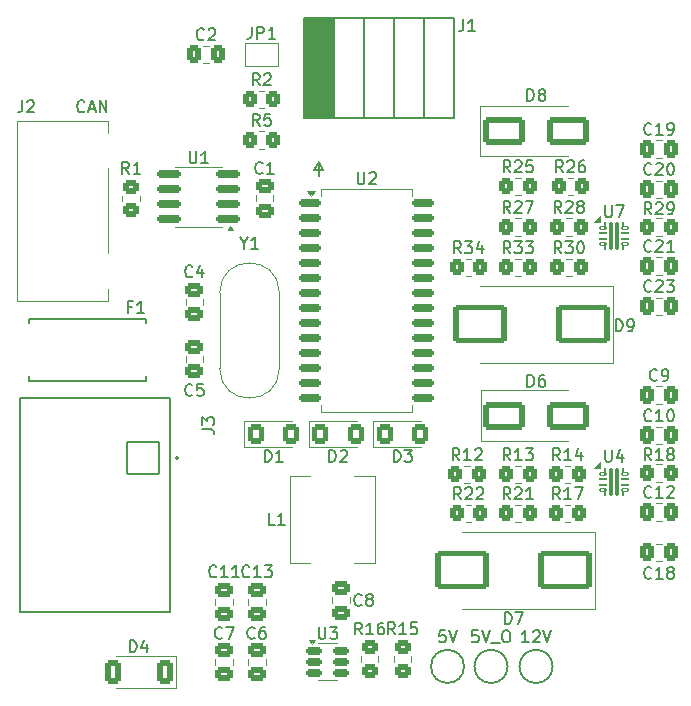
<source format=gto>
%TF.GenerationSoftware,KiCad,Pcbnew,8.0.9*%
%TF.CreationDate,2025-05-22T10:54:23-04:00*%
%TF.ProjectId,rocket_power_board,726f636b-6574-45f7-906f-7765725f626f,rev?*%
%TF.SameCoordinates,Original*%
%TF.FileFunction,Legend,Top*%
%TF.FilePolarity,Positive*%
%FSLAX46Y46*%
G04 Gerber Fmt 4.6, Leading zero omitted, Abs format (unit mm)*
G04 Created by KiCad (PCBNEW 8.0.9) date 2025-05-22 10:54:23*
%MOMM*%
%LPD*%
G01*
G04 APERTURE LIST*
G04 Aperture macros list*
%AMRoundRect*
0 Rectangle with rounded corners*
0 $1 Rounding radius*
0 $2 $3 $4 $5 $6 $7 $8 $9 X,Y pos of 4 corners*
0 Add a 4 corners polygon primitive as box body*
4,1,4,$2,$3,$4,$5,$6,$7,$8,$9,$2,$3,0*
0 Add four circle primitives for the rounded corners*
1,1,$1+$1,$2,$3*
1,1,$1+$1,$4,$5*
1,1,$1+$1,$6,$7*
1,1,$1+$1,$8,$9*
0 Add four rect primitives between the rounded corners*
20,1,$1+$1,$2,$3,$4,$5,0*
20,1,$1+$1,$4,$5,$6,$7,0*
20,1,$1+$1,$6,$7,$8,$9,0*
20,1,$1+$1,$8,$9,$2,$3,0*%
G04 Aperture macros list end*
%ADD10C,0.150000*%
%ADD11C,0.120000*%
%ADD12C,0.100000*%
%ADD13C,0.127000*%
%ADD14C,0.200000*%
%ADD15C,0.152400*%
%ADD16RoundRect,0.250000X0.450000X0.800000X-0.450000X0.800000X-0.450000X-0.800000X0.450000X-0.800000X0*%
%ADD17C,2.000000*%
%ADD18R,3.100000X2.000000*%
%ADD19RoundRect,0.250000X-0.350000X-0.450000X0.350000X-0.450000X0.350000X0.450000X-0.350000X0.450000X0*%
%ADD20RoundRect,0.250000X0.475000X-0.337500X0.475000X0.337500X-0.475000X0.337500X-0.475000X-0.337500X0*%
%ADD21RoundRect,0.250000X-0.337500X-0.475000X0.337500X-0.475000X0.337500X0.475000X-0.337500X0.475000X0*%
%ADD22RoundRect,0.250000X-2.000000X1.400000X-2.000000X-1.400000X2.000000X-1.400000X2.000000X1.400000X0*%
%ADD23RoundRect,0.250000X-0.475000X0.337500X-0.475000X-0.337500X0.475000X-0.337500X0.475000X0.337500X0*%
%ADD24RoundRect,0.250000X-1.500000X-0.900000X1.500000X-0.900000X1.500000X0.900000X-1.500000X0.900000X0*%
%ADD25RoundRect,0.250000X0.350000X0.450000X-0.350000X0.450000X-0.350000X-0.450000X0.350000X-0.450000X0*%
%ADD26RoundRect,0.150000X0.825000X0.150000X-0.825000X0.150000X-0.825000X-0.150000X0.825000X-0.150000X0*%
%ADD27C,6.400000*%
%ADD28RoundRect,0.150000X-0.750000X-0.150000X0.750000X-0.150000X0.750000X0.150000X-0.750000X0.150000X0*%
%ADD29RoundRect,0.050000X-0.250000X-0.100000X0.250000X-0.100000X0.250000X0.100000X-0.250000X0.100000X0*%
%ADD30RoundRect,0.050000X0.075000X0.275000X-0.075000X0.275000X-0.075000X-0.275000X0.075000X-0.275000X0*%
%ADD31RoundRect,0.050000X-0.250000X-0.075000X0.250000X-0.075000X0.250000X0.075000X-0.250000X0.075000X0*%
%ADD32RoundRect,0.075000X-0.075000X-1.125000X0.075000X-1.125000X0.075000X1.125000X-0.075000X1.125000X0*%
%ADD33RoundRect,0.050000X0.250000X0.100000X-0.250000X0.100000X-0.250000X-0.100000X0.250000X-0.100000X0*%
%ADD34RoundRect,0.050000X0.250000X0.075000X-0.250000X0.075000X-0.250000X-0.075000X0.250000X-0.075000X0*%
%ADD35RoundRect,0.250000X0.450000X-0.350000X0.450000X0.350000X-0.450000X0.350000X-0.450000X-0.350000X0*%
%ADD36C,3.800000*%
%ADD37C,1.000000*%
%ADD38R,1.000000X2.000000*%
%ADD39RoundRect,0.250001X-0.462499X-0.624999X0.462499X-0.624999X0.462499X0.624999X-0.462499X0.624999X0*%
%ADD40RoundRect,0.250000X0.337500X0.475000X-0.337500X0.475000X-0.337500X-0.475000X0.337500X-0.475000X0*%
%ADD41RoundRect,0.102000X-1.371600X1.371600X-1.371600X-1.371600X1.371600X-1.371600X1.371600X1.371600X0*%
%ADD42C,2.947200*%
%ADD43C,1.500000*%
%ADD44RoundRect,0.150000X-0.512500X-0.150000X0.512500X-0.150000X0.512500X0.150000X-0.512500X0.150000X0*%
%ADD45R,4.241800X3.810000*%
%ADD46R,1.000000X1.500000*%
%ADD47RoundRect,0.250000X-0.450000X0.350000X-0.450000X-0.350000X0.450000X-0.350000X0.450000X0.350000X0*%
G04 APERTURE END LIST*
D10*
X218948000Y-92710000D02*
X218567000Y-93345000D01*
X218948000Y-93853000D02*
X218948000Y-92710000D01*
X219329000Y-93345000D02*
X218948000Y-92710000D01*
X218567000Y-93345000D02*
X219329000Y-93345000D01*
X199128142Y-88370580D02*
X199080523Y-88418200D01*
X199080523Y-88418200D02*
X198937666Y-88465819D01*
X198937666Y-88465819D02*
X198842428Y-88465819D01*
X198842428Y-88465819D02*
X198699571Y-88418200D01*
X198699571Y-88418200D02*
X198604333Y-88322961D01*
X198604333Y-88322961D02*
X198556714Y-88227723D01*
X198556714Y-88227723D02*
X198509095Y-88037247D01*
X198509095Y-88037247D02*
X198509095Y-87894390D01*
X198509095Y-87894390D02*
X198556714Y-87703914D01*
X198556714Y-87703914D02*
X198604333Y-87608676D01*
X198604333Y-87608676D02*
X198699571Y-87513438D01*
X198699571Y-87513438D02*
X198842428Y-87465819D01*
X198842428Y-87465819D02*
X198937666Y-87465819D01*
X198937666Y-87465819D02*
X199080523Y-87513438D01*
X199080523Y-87513438D02*
X199128142Y-87561057D01*
X199509095Y-88180104D02*
X199985285Y-88180104D01*
X199413857Y-88465819D02*
X199747190Y-87465819D01*
X199747190Y-87465819D02*
X200080523Y-88465819D01*
X200413857Y-88465819D02*
X200413857Y-87465819D01*
X200413857Y-87465819D02*
X200985285Y-88465819D01*
X200985285Y-88465819D02*
X200985285Y-87465819D01*
X202969905Y-134185819D02*
X202969905Y-133185819D01*
X202969905Y-133185819D02*
X203208000Y-133185819D01*
X203208000Y-133185819D02*
X203350857Y-133233438D01*
X203350857Y-133233438D02*
X203446095Y-133328676D01*
X203446095Y-133328676D02*
X203493714Y-133423914D01*
X203493714Y-133423914D02*
X203541333Y-133614390D01*
X203541333Y-133614390D02*
X203541333Y-133757247D01*
X203541333Y-133757247D02*
X203493714Y-133947723D01*
X203493714Y-133947723D02*
X203446095Y-134042961D01*
X203446095Y-134042961D02*
X203350857Y-134138200D01*
X203350857Y-134138200D02*
X203208000Y-134185819D01*
X203208000Y-134185819D02*
X202969905Y-134185819D01*
X204398476Y-133519152D02*
X204398476Y-134185819D01*
X204160381Y-133138200D02*
X203922286Y-133852485D01*
X203922286Y-133852485D02*
X204541333Y-133852485D01*
X229679523Y-132336819D02*
X229203333Y-132336819D01*
X229203333Y-132336819D02*
X229155714Y-132813009D01*
X229155714Y-132813009D02*
X229203333Y-132765390D01*
X229203333Y-132765390D02*
X229298571Y-132717771D01*
X229298571Y-132717771D02*
X229536666Y-132717771D01*
X229536666Y-132717771D02*
X229631904Y-132765390D01*
X229631904Y-132765390D02*
X229679523Y-132813009D01*
X229679523Y-132813009D02*
X229727142Y-132908247D01*
X229727142Y-132908247D02*
X229727142Y-133146342D01*
X229727142Y-133146342D02*
X229679523Y-133241580D01*
X229679523Y-133241580D02*
X229631904Y-133289200D01*
X229631904Y-133289200D02*
X229536666Y-133336819D01*
X229536666Y-133336819D02*
X229298571Y-133336819D01*
X229298571Y-133336819D02*
X229203333Y-133289200D01*
X229203333Y-133289200D02*
X229155714Y-133241580D01*
X230012857Y-132336819D02*
X230346190Y-133336819D01*
X230346190Y-133336819D02*
X230679523Y-132336819D01*
X215225333Y-123390819D02*
X214749143Y-123390819D01*
X214749143Y-123390819D02*
X214749143Y-122390819D01*
X216082476Y-123390819D02*
X215511048Y-123390819D01*
X215796762Y-123390819D02*
X215796762Y-122390819D01*
X215796762Y-122390819D02*
X215701524Y-122533676D01*
X215701524Y-122533676D02*
X215606286Y-122628914D01*
X215606286Y-122628914D02*
X215511048Y-122676533D01*
X239381642Y-121227319D02*
X239048309Y-120751128D01*
X238810214Y-121227319D02*
X238810214Y-120227319D01*
X238810214Y-120227319D02*
X239191166Y-120227319D01*
X239191166Y-120227319D02*
X239286404Y-120274938D01*
X239286404Y-120274938D02*
X239334023Y-120322557D01*
X239334023Y-120322557D02*
X239381642Y-120417795D01*
X239381642Y-120417795D02*
X239381642Y-120560652D01*
X239381642Y-120560652D02*
X239334023Y-120655890D01*
X239334023Y-120655890D02*
X239286404Y-120703509D01*
X239286404Y-120703509D02*
X239191166Y-120751128D01*
X239191166Y-120751128D02*
X238810214Y-120751128D01*
X240334023Y-121227319D02*
X239762595Y-121227319D01*
X240048309Y-121227319D02*
X240048309Y-120227319D01*
X240048309Y-120227319D02*
X239953071Y-120370176D01*
X239953071Y-120370176D02*
X239857833Y-120465414D01*
X239857833Y-120465414D02*
X239762595Y-120513033D01*
X240667357Y-120227319D02*
X241334023Y-120227319D01*
X241334023Y-120227319D02*
X240905452Y-121227319D01*
X213536333Y-132947580D02*
X213488714Y-132995200D01*
X213488714Y-132995200D02*
X213345857Y-133042819D01*
X213345857Y-133042819D02*
X213250619Y-133042819D01*
X213250619Y-133042819D02*
X213107762Y-132995200D01*
X213107762Y-132995200D02*
X213012524Y-132899961D01*
X213012524Y-132899961D02*
X212964905Y-132804723D01*
X212964905Y-132804723D02*
X212917286Y-132614247D01*
X212917286Y-132614247D02*
X212917286Y-132471390D01*
X212917286Y-132471390D02*
X212964905Y-132280914D01*
X212964905Y-132280914D02*
X213012524Y-132185676D01*
X213012524Y-132185676D02*
X213107762Y-132090438D01*
X213107762Y-132090438D02*
X213250619Y-132042819D01*
X213250619Y-132042819D02*
X213345857Y-132042819D01*
X213345857Y-132042819D02*
X213488714Y-132090438D01*
X213488714Y-132090438D02*
X213536333Y-132138057D01*
X214393476Y-132042819D02*
X214203000Y-132042819D01*
X214203000Y-132042819D02*
X214107762Y-132090438D01*
X214107762Y-132090438D02*
X214060143Y-132138057D01*
X214060143Y-132138057D02*
X213964905Y-132280914D01*
X213964905Y-132280914D02*
X213917286Y-132471390D01*
X213917286Y-132471390D02*
X213917286Y-132852342D01*
X213917286Y-132852342D02*
X213964905Y-132947580D01*
X213964905Y-132947580D02*
X214012524Y-132995200D01*
X214012524Y-132995200D02*
X214107762Y-133042819D01*
X214107762Y-133042819D02*
X214298238Y-133042819D01*
X214298238Y-133042819D02*
X214393476Y-132995200D01*
X214393476Y-132995200D02*
X214441095Y-132947580D01*
X214441095Y-132947580D02*
X214488714Y-132852342D01*
X214488714Y-132852342D02*
X214488714Y-132614247D01*
X214488714Y-132614247D02*
X214441095Y-132519009D01*
X214441095Y-132519009D02*
X214393476Y-132471390D01*
X214393476Y-132471390D02*
X214298238Y-132423771D01*
X214298238Y-132423771D02*
X214107762Y-132423771D01*
X214107762Y-132423771D02*
X214012524Y-132471390D01*
X214012524Y-132471390D02*
X213964905Y-132519009D01*
X213964905Y-132519009D02*
X213917286Y-132614247D01*
X247134142Y-93675580D02*
X247086523Y-93723200D01*
X247086523Y-93723200D02*
X246943666Y-93770819D01*
X246943666Y-93770819D02*
X246848428Y-93770819D01*
X246848428Y-93770819D02*
X246705571Y-93723200D01*
X246705571Y-93723200D02*
X246610333Y-93627961D01*
X246610333Y-93627961D02*
X246562714Y-93532723D01*
X246562714Y-93532723D02*
X246515095Y-93342247D01*
X246515095Y-93342247D02*
X246515095Y-93199390D01*
X246515095Y-93199390D02*
X246562714Y-93008914D01*
X246562714Y-93008914D02*
X246610333Y-92913676D01*
X246610333Y-92913676D02*
X246705571Y-92818438D01*
X246705571Y-92818438D02*
X246848428Y-92770819D01*
X246848428Y-92770819D02*
X246943666Y-92770819D01*
X246943666Y-92770819D02*
X247086523Y-92818438D01*
X247086523Y-92818438D02*
X247134142Y-92866057D01*
X247515095Y-92866057D02*
X247562714Y-92818438D01*
X247562714Y-92818438D02*
X247657952Y-92770819D01*
X247657952Y-92770819D02*
X247896047Y-92770819D01*
X247896047Y-92770819D02*
X247991285Y-92818438D01*
X247991285Y-92818438D02*
X248038904Y-92866057D01*
X248038904Y-92866057D02*
X248086523Y-92961295D01*
X248086523Y-92961295D02*
X248086523Y-93056533D01*
X248086523Y-93056533D02*
X248038904Y-93199390D01*
X248038904Y-93199390D02*
X247467476Y-93770819D01*
X247467476Y-93770819D02*
X248086523Y-93770819D01*
X248705571Y-92770819D02*
X248800809Y-92770819D01*
X248800809Y-92770819D02*
X248896047Y-92818438D01*
X248896047Y-92818438D02*
X248943666Y-92866057D01*
X248943666Y-92866057D02*
X248991285Y-92961295D01*
X248991285Y-92961295D02*
X249038904Y-93151771D01*
X249038904Y-93151771D02*
X249038904Y-93389866D01*
X249038904Y-93389866D02*
X248991285Y-93580342D01*
X248991285Y-93580342D02*
X248943666Y-93675580D01*
X248943666Y-93675580D02*
X248896047Y-93723200D01*
X248896047Y-93723200D02*
X248800809Y-93770819D01*
X248800809Y-93770819D02*
X248705571Y-93770819D01*
X248705571Y-93770819D02*
X248610333Y-93723200D01*
X248610333Y-93723200D02*
X248562714Y-93675580D01*
X248562714Y-93675580D02*
X248515095Y-93580342D01*
X248515095Y-93580342D02*
X248467476Y-93389866D01*
X248467476Y-93389866D02*
X248467476Y-93151771D01*
X248467476Y-93151771D02*
X248515095Y-92961295D01*
X248515095Y-92961295D02*
X248562714Y-92866057D01*
X248562714Y-92866057D02*
X248610333Y-92818438D01*
X248610333Y-92818438D02*
X248705571Y-92770819D01*
X235196142Y-96975819D02*
X234862809Y-96499628D01*
X234624714Y-96975819D02*
X234624714Y-95975819D01*
X234624714Y-95975819D02*
X235005666Y-95975819D01*
X235005666Y-95975819D02*
X235100904Y-96023438D01*
X235100904Y-96023438D02*
X235148523Y-96071057D01*
X235148523Y-96071057D02*
X235196142Y-96166295D01*
X235196142Y-96166295D02*
X235196142Y-96309152D01*
X235196142Y-96309152D02*
X235148523Y-96404390D01*
X235148523Y-96404390D02*
X235100904Y-96452009D01*
X235100904Y-96452009D02*
X235005666Y-96499628D01*
X235005666Y-96499628D02*
X234624714Y-96499628D01*
X235577095Y-96071057D02*
X235624714Y-96023438D01*
X235624714Y-96023438D02*
X235719952Y-95975819D01*
X235719952Y-95975819D02*
X235958047Y-95975819D01*
X235958047Y-95975819D02*
X236053285Y-96023438D01*
X236053285Y-96023438D02*
X236100904Y-96071057D01*
X236100904Y-96071057D02*
X236148523Y-96166295D01*
X236148523Y-96166295D02*
X236148523Y-96261533D01*
X236148523Y-96261533D02*
X236100904Y-96404390D01*
X236100904Y-96404390D02*
X235529476Y-96975819D01*
X235529476Y-96975819D02*
X236148523Y-96975819D01*
X236481857Y-95975819D02*
X237148523Y-95975819D01*
X237148523Y-95975819D02*
X236719952Y-96975819D01*
X213955333Y-86180819D02*
X213622000Y-85704628D01*
X213383905Y-86180819D02*
X213383905Y-85180819D01*
X213383905Y-85180819D02*
X213764857Y-85180819D01*
X213764857Y-85180819D02*
X213860095Y-85228438D01*
X213860095Y-85228438D02*
X213907714Y-85276057D01*
X213907714Y-85276057D02*
X213955333Y-85371295D01*
X213955333Y-85371295D02*
X213955333Y-85514152D01*
X213955333Y-85514152D02*
X213907714Y-85609390D01*
X213907714Y-85609390D02*
X213860095Y-85657009D01*
X213860095Y-85657009D02*
X213764857Y-85704628D01*
X213764857Y-85704628D02*
X213383905Y-85704628D01*
X214336286Y-85276057D02*
X214383905Y-85228438D01*
X214383905Y-85228438D02*
X214479143Y-85180819D01*
X214479143Y-85180819D02*
X214717238Y-85180819D01*
X214717238Y-85180819D02*
X214812476Y-85228438D01*
X214812476Y-85228438D02*
X214860095Y-85276057D01*
X214860095Y-85276057D02*
X214907714Y-85371295D01*
X214907714Y-85371295D02*
X214907714Y-85466533D01*
X214907714Y-85466533D02*
X214860095Y-85609390D01*
X214860095Y-85609390D02*
X214288667Y-86180819D01*
X214288667Y-86180819D02*
X214907714Y-86180819D01*
X244117905Y-107007819D02*
X244117905Y-106007819D01*
X244117905Y-106007819D02*
X244356000Y-106007819D01*
X244356000Y-106007819D02*
X244498857Y-106055438D01*
X244498857Y-106055438D02*
X244594095Y-106150676D01*
X244594095Y-106150676D02*
X244641714Y-106245914D01*
X244641714Y-106245914D02*
X244689333Y-106436390D01*
X244689333Y-106436390D02*
X244689333Y-106579247D01*
X244689333Y-106579247D02*
X244641714Y-106769723D01*
X244641714Y-106769723D02*
X244594095Y-106864961D01*
X244594095Y-106864961D02*
X244498857Y-106960200D01*
X244498857Y-106960200D02*
X244356000Y-107007819D01*
X244356000Y-107007819D02*
X244117905Y-107007819D01*
X245165524Y-107007819D02*
X245356000Y-107007819D01*
X245356000Y-107007819D02*
X245451238Y-106960200D01*
X245451238Y-106960200D02*
X245498857Y-106912580D01*
X245498857Y-106912580D02*
X245594095Y-106769723D01*
X245594095Y-106769723D02*
X245641714Y-106579247D01*
X245641714Y-106579247D02*
X245641714Y-106198295D01*
X245641714Y-106198295D02*
X245594095Y-106103057D01*
X245594095Y-106103057D02*
X245546476Y-106055438D01*
X245546476Y-106055438D02*
X245451238Y-106007819D01*
X245451238Y-106007819D02*
X245260762Y-106007819D01*
X245260762Y-106007819D02*
X245165524Y-106055438D01*
X245165524Y-106055438D02*
X245117905Y-106103057D01*
X245117905Y-106103057D02*
X245070286Y-106198295D01*
X245070286Y-106198295D02*
X245070286Y-106436390D01*
X245070286Y-106436390D02*
X245117905Y-106531628D01*
X245117905Y-106531628D02*
X245165524Y-106579247D01*
X245165524Y-106579247D02*
X245260762Y-106626866D01*
X245260762Y-106626866D02*
X245451238Y-106626866D01*
X245451238Y-106626866D02*
X245546476Y-106579247D01*
X245546476Y-106579247D02*
X245594095Y-106531628D01*
X245594095Y-106531628D02*
X245641714Y-106436390D01*
X235196142Y-121232819D02*
X234862809Y-120756628D01*
X234624714Y-121232819D02*
X234624714Y-120232819D01*
X234624714Y-120232819D02*
X235005666Y-120232819D01*
X235005666Y-120232819D02*
X235100904Y-120280438D01*
X235100904Y-120280438D02*
X235148523Y-120328057D01*
X235148523Y-120328057D02*
X235196142Y-120423295D01*
X235196142Y-120423295D02*
X235196142Y-120566152D01*
X235196142Y-120566152D02*
X235148523Y-120661390D01*
X235148523Y-120661390D02*
X235100904Y-120709009D01*
X235100904Y-120709009D02*
X235005666Y-120756628D01*
X235005666Y-120756628D02*
X234624714Y-120756628D01*
X235577095Y-120328057D02*
X235624714Y-120280438D01*
X235624714Y-120280438D02*
X235719952Y-120232819D01*
X235719952Y-120232819D02*
X235958047Y-120232819D01*
X235958047Y-120232819D02*
X236053285Y-120280438D01*
X236053285Y-120280438D02*
X236100904Y-120328057D01*
X236100904Y-120328057D02*
X236148523Y-120423295D01*
X236148523Y-120423295D02*
X236148523Y-120518533D01*
X236148523Y-120518533D02*
X236100904Y-120661390D01*
X236100904Y-120661390D02*
X235529476Y-121232819D01*
X235529476Y-121232819D02*
X236148523Y-121232819D01*
X237100904Y-121232819D02*
X236529476Y-121232819D01*
X236815190Y-121232819D02*
X236815190Y-120232819D01*
X236815190Y-120232819D02*
X236719952Y-120375676D01*
X236719952Y-120375676D02*
X236624714Y-120470914D01*
X236624714Y-120470914D02*
X236529476Y-120518533D01*
X210309642Y-127740580D02*
X210262023Y-127788200D01*
X210262023Y-127788200D02*
X210119166Y-127835819D01*
X210119166Y-127835819D02*
X210023928Y-127835819D01*
X210023928Y-127835819D02*
X209881071Y-127788200D01*
X209881071Y-127788200D02*
X209785833Y-127692961D01*
X209785833Y-127692961D02*
X209738214Y-127597723D01*
X209738214Y-127597723D02*
X209690595Y-127407247D01*
X209690595Y-127407247D02*
X209690595Y-127264390D01*
X209690595Y-127264390D02*
X209738214Y-127073914D01*
X209738214Y-127073914D02*
X209785833Y-126978676D01*
X209785833Y-126978676D02*
X209881071Y-126883438D01*
X209881071Y-126883438D02*
X210023928Y-126835819D01*
X210023928Y-126835819D02*
X210119166Y-126835819D01*
X210119166Y-126835819D02*
X210262023Y-126883438D01*
X210262023Y-126883438D02*
X210309642Y-126931057D01*
X211262023Y-127835819D02*
X210690595Y-127835819D01*
X210976309Y-127835819D02*
X210976309Y-126835819D01*
X210976309Y-126835819D02*
X210881071Y-126978676D01*
X210881071Y-126978676D02*
X210785833Y-127073914D01*
X210785833Y-127073914D02*
X210690595Y-127121533D01*
X212214404Y-127835819D02*
X211642976Y-127835819D01*
X211928690Y-127835819D02*
X211928690Y-126835819D01*
X211928690Y-126835819D02*
X211833452Y-126978676D01*
X211833452Y-126978676D02*
X211738214Y-127073914D01*
X211738214Y-127073914D02*
X211642976Y-127121533D01*
X236624905Y-87497819D02*
X236624905Y-86497819D01*
X236624905Y-86497819D02*
X236863000Y-86497819D01*
X236863000Y-86497819D02*
X237005857Y-86545438D01*
X237005857Y-86545438D02*
X237101095Y-86640676D01*
X237101095Y-86640676D02*
X237148714Y-86735914D01*
X237148714Y-86735914D02*
X237196333Y-86926390D01*
X237196333Y-86926390D02*
X237196333Y-87069247D01*
X237196333Y-87069247D02*
X237148714Y-87259723D01*
X237148714Y-87259723D02*
X237101095Y-87354961D01*
X237101095Y-87354961D02*
X237005857Y-87450200D01*
X237005857Y-87450200D02*
X236863000Y-87497819D01*
X236863000Y-87497819D02*
X236624905Y-87497819D01*
X237767762Y-86926390D02*
X237672524Y-86878771D01*
X237672524Y-86878771D02*
X237624905Y-86831152D01*
X237624905Y-86831152D02*
X237577286Y-86735914D01*
X237577286Y-86735914D02*
X237577286Y-86688295D01*
X237577286Y-86688295D02*
X237624905Y-86593057D01*
X237624905Y-86593057D02*
X237672524Y-86545438D01*
X237672524Y-86545438D02*
X237767762Y-86497819D01*
X237767762Y-86497819D02*
X237958238Y-86497819D01*
X237958238Y-86497819D02*
X238053476Y-86545438D01*
X238053476Y-86545438D02*
X238101095Y-86593057D01*
X238101095Y-86593057D02*
X238148714Y-86688295D01*
X238148714Y-86688295D02*
X238148714Y-86735914D01*
X238148714Y-86735914D02*
X238101095Y-86831152D01*
X238101095Y-86831152D02*
X238053476Y-86878771D01*
X238053476Y-86878771D02*
X237958238Y-86926390D01*
X237958238Y-86926390D02*
X237767762Y-86926390D01*
X237767762Y-86926390D02*
X237672524Y-86974009D01*
X237672524Y-86974009D02*
X237624905Y-87021628D01*
X237624905Y-87021628D02*
X237577286Y-87116866D01*
X237577286Y-87116866D02*
X237577286Y-87307342D01*
X237577286Y-87307342D02*
X237624905Y-87402580D01*
X237624905Y-87402580D02*
X237672524Y-87450200D01*
X237672524Y-87450200D02*
X237767762Y-87497819D01*
X237767762Y-87497819D02*
X237958238Y-87497819D01*
X237958238Y-87497819D02*
X238053476Y-87450200D01*
X238053476Y-87450200D02*
X238101095Y-87402580D01*
X238101095Y-87402580D02*
X238148714Y-87307342D01*
X238148714Y-87307342D02*
X238148714Y-87116866D01*
X238148714Y-87116866D02*
X238101095Y-87021628D01*
X238101095Y-87021628D02*
X238053476Y-86974009D01*
X238053476Y-86974009D02*
X237958238Y-86926390D01*
X210785833Y-132947580D02*
X210738214Y-132995200D01*
X210738214Y-132995200D02*
X210595357Y-133042819D01*
X210595357Y-133042819D02*
X210500119Y-133042819D01*
X210500119Y-133042819D02*
X210357262Y-132995200D01*
X210357262Y-132995200D02*
X210262024Y-132899961D01*
X210262024Y-132899961D02*
X210214405Y-132804723D01*
X210214405Y-132804723D02*
X210166786Y-132614247D01*
X210166786Y-132614247D02*
X210166786Y-132471390D01*
X210166786Y-132471390D02*
X210214405Y-132280914D01*
X210214405Y-132280914D02*
X210262024Y-132185676D01*
X210262024Y-132185676D02*
X210357262Y-132090438D01*
X210357262Y-132090438D02*
X210500119Y-132042819D01*
X210500119Y-132042819D02*
X210595357Y-132042819D01*
X210595357Y-132042819D02*
X210738214Y-132090438D01*
X210738214Y-132090438D02*
X210785833Y-132138057D01*
X211119167Y-132042819D02*
X211785833Y-132042819D01*
X211785833Y-132042819D02*
X211357262Y-133042819D01*
X247134142Y-100181580D02*
X247086523Y-100229200D01*
X247086523Y-100229200D02*
X246943666Y-100276819D01*
X246943666Y-100276819D02*
X246848428Y-100276819D01*
X246848428Y-100276819D02*
X246705571Y-100229200D01*
X246705571Y-100229200D02*
X246610333Y-100133961D01*
X246610333Y-100133961D02*
X246562714Y-100038723D01*
X246562714Y-100038723D02*
X246515095Y-99848247D01*
X246515095Y-99848247D02*
X246515095Y-99705390D01*
X246515095Y-99705390D02*
X246562714Y-99514914D01*
X246562714Y-99514914D02*
X246610333Y-99419676D01*
X246610333Y-99419676D02*
X246705571Y-99324438D01*
X246705571Y-99324438D02*
X246848428Y-99276819D01*
X246848428Y-99276819D02*
X246943666Y-99276819D01*
X246943666Y-99276819D02*
X247086523Y-99324438D01*
X247086523Y-99324438D02*
X247134142Y-99372057D01*
X247515095Y-99372057D02*
X247562714Y-99324438D01*
X247562714Y-99324438D02*
X247657952Y-99276819D01*
X247657952Y-99276819D02*
X247896047Y-99276819D01*
X247896047Y-99276819D02*
X247991285Y-99324438D01*
X247991285Y-99324438D02*
X248038904Y-99372057D01*
X248038904Y-99372057D02*
X248086523Y-99467295D01*
X248086523Y-99467295D02*
X248086523Y-99562533D01*
X248086523Y-99562533D02*
X248038904Y-99705390D01*
X248038904Y-99705390D02*
X247467476Y-100276819D01*
X247467476Y-100276819D02*
X248086523Y-100276819D01*
X249038904Y-100276819D02*
X248467476Y-100276819D01*
X248753190Y-100276819D02*
X248753190Y-99276819D01*
X248753190Y-99276819D02*
X248657952Y-99419676D01*
X248657952Y-99419676D02*
X248562714Y-99514914D01*
X248562714Y-99514914D02*
X248467476Y-99562533D01*
X247134142Y-90275580D02*
X247086523Y-90323200D01*
X247086523Y-90323200D02*
X246943666Y-90370819D01*
X246943666Y-90370819D02*
X246848428Y-90370819D01*
X246848428Y-90370819D02*
X246705571Y-90323200D01*
X246705571Y-90323200D02*
X246610333Y-90227961D01*
X246610333Y-90227961D02*
X246562714Y-90132723D01*
X246562714Y-90132723D02*
X246515095Y-89942247D01*
X246515095Y-89942247D02*
X246515095Y-89799390D01*
X246515095Y-89799390D02*
X246562714Y-89608914D01*
X246562714Y-89608914D02*
X246610333Y-89513676D01*
X246610333Y-89513676D02*
X246705571Y-89418438D01*
X246705571Y-89418438D02*
X246848428Y-89370819D01*
X246848428Y-89370819D02*
X246943666Y-89370819D01*
X246943666Y-89370819D02*
X247086523Y-89418438D01*
X247086523Y-89418438D02*
X247134142Y-89466057D01*
X248086523Y-90370819D02*
X247515095Y-90370819D01*
X247800809Y-90370819D02*
X247800809Y-89370819D01*
X247800809Y-89370819D02*
X247705571Y-89513676D01*
X247705571Y-89513676D02*
X247610333Y-89608914D01*
X247610333Y-89608914D02*
X247515095Y-89656533D01*
X248562714Y-90370819D02*
X248753190Y-90370819D01*
X248753190Y-90370819D02*
X248848428Y-90323200D01*
X248848428Y-90323200D02*
X248896047Y-90275580D01*
X248896047Y-90275580D02*
X248991285Y-90132723D01*
X248991285Y-90132723D02*
X249038904Y-89942247D01*
X249038904Y-89942247D02*
X249038904Y-89561295D01*
X249038904Y-89561295D02*
X248991285Y-89466057D01*
X248991285Y-89466057D02*
X248943666Y-89418438D01*
X248943666Y-89418438D02*
X248848428Y-89370819D01*
X248848428Y-89370819D02*
X248657952Y-89370819D01*
X248657952Y-89370819D02*
X248562714Y-89418438D01*
X248562714Y-89418438D02*
X248515095Y-89466057D01*
X248515095Y-89466057D02*
X248467476Y-89561295D01*
X248467476Y-89561295D02*
X248467476Y-89799390D01*
X248467476Y-89799390D02*
X248515095Y-89894628D01*
X248515095Y-89894628D02*
X248562714Y-89942247D01*
X248562714Y-89942247D02*
X248657952Y-89989866D01*
X248657952Y-89989866D02*
X248848428Y-89989866D01*
X248848428Y-89989866D02*
X248943666Y-89942247D01*
X248943666Y-89942247D02*
X248991285Y-89894628D01*
X248991285Y-89894628D02*
X249038904Y-89799390D01*
X231005142Y-121231819D02*
X230671809Y-120755628D01*
X230433714Y-121231819D02*
X230433714Y-120231819D01*
X230433714Y-120231819D02*
X230814666Y-120231819D01*
X230814666Y-120231819D02*
X230909904Y-120279438D01*
X230909904Y-120279438D02*
X230957523Y-120327057D01*
X230957523Y-120327057D02*
X231005142Y-120422295D01*
X231005142Y-120422295D02*
X231005142Y-120565152D01*
X231005142Y-120565152D02*
X230957523Y-120660390D01*
X230957523Y-120660390D02*
X230909904Y-120708009D01*
X230909904Y-120708009D02*
X230814666Y-120755628D01*
X230814666Y-120755628D02*
X230433714Y-120755628D01*
X231386095Y-120327057D02*
X231433714Y-120279438D01*
X231433714Y-120279438D02*
X231528952Y-120231819D01*
X231528952Y-120231819D02*
X231767047Y-120231819D01*
X231767047Y-120231819D02*
X231862285Y-120279438D01*
X231862285Y-120279438D02*
X231909904Y-120327057D01*
X231909904Y-120327057D02*
X231957523Y-120422295D01*
X231957523Y-120422295D02*
X231957523Y-120517533D01*
X231957523Y-120517533D02*
X231909904Y-120660390D01*
X231909904Y-120660390D02*
X231338476Y-121231819D01*
X231338476Y-121231819D02*
X231957523Y-121231819D01*
X232338476Y-120327057D02*
X232386095Y-120279438D01*
X232386095Y-120279438D02*
X232481333Y-120231819D01*
X232481333Y-120231819D02*
X232719428Y-120231819D01*
X232719428Y-120231819D02*
X232814666Y-120279438D01*
X232814666Y-120279438D02*
X232862285Y-120327057D01*
X232862285Y-120327057D02*
X232909904Y-120422295D01*
X232909904Y-120422295D02*
X232909904Y-120517533D01*
X232909904Y-120517533D02*
X232862285Y-120660390D01*
X232862285Y-120660390D02*
X232290857Y-121231819D01*
X232290857Y-121231819D02*
X232909904Y-121231819D01*
X208026095Y-91783819D02*
X208026095Y-92593342D01*
X208026095Y-92593342D02*
X208073714Y-92688580D01*
X208073714Y-92688580D02*
X208121333Y-92736200D01*
X208121333Y-92736200D02*
X208216571Y-92783819D01*
X208216571Y-92783819D02*
X208407047Y-92783819D01*
X208407047Y-92783819D02*
X208502285Y-92736200D01*
X208502285Y-92736200D02*
X208549904Y-92688580D01*
X208549904Y-92688580D02*
X208597523Y-92593342D01*
X208597523Y-92593342D02*
X208597523Y-91783819D01*
X209597523Y-92783819D02*
X209026095Y-92783819D01*
X209311809Y-92783819D02*
X209311809Y-91783819D01*
X209311809Y-91783819D02*
X209216571Y-91926676D01*
X209216571Y-91926676D02*
X209121333Y-92021914D01*
X209121333Y-92021914D02*
X209026095Y-92069533D01*
X222250095Y-93548819D02*
X222250095Y-94358342D01*
X222250095Y-94358342D02*
X222297714Y-94453580D01*
X222297714Y-94453580D02*
X222345333Y-94501200D01*
X222345333Y-94501200D02*
X222440571Y-94548819D01*
X222440571Y-94548819D02*
X222631047Y-94548819D01*
X222631047Y-94548819D02*
X222726285Y-94501200D01*
X222726285Y-94501200D02*
X222773904Y-94453580D01*
X222773904Y-94453580D02*
X222821523Y-94358342D01*
X222821523Y-94358342D02*
X222821523Y-93548819D01*
X223250095Y-93644057D02*
X223297714Y-93596438D01*
X223297714Y-93596438D02*
X223392952Y-93548819D01*
X223392952Y-93548819D02*
X223631047Y-93548819D01*
X223631047Y-93548819D02*
X223726285Y-93596438D01*
X223726285Y-93596438D02*
X223773904Y-93644057D01*
X223773904Y-93644057D02*
X223821523Y-93739295D01*
X223821523Y-93739295D02*
X223821523Y-93834533D01*
X223821523Y-93834533D02*
X223773904Y-93977390D01*
X223773904Y-93977390D02*
X223202476Y-94548819D01*
X223202476Y-94548819D02*
X223821523Y-94548819D01*
X243199595Y-117051319D02*
X243199595Y-117860842D01*
X243199595Y-117860842D02*
X243247214Y-117956080D01*
X243247214Y-117956080D02*
X243294833Y-118003700D01*
X243294833Y-118003700D02*
X243390071Y-118051319D01*
X243390071Y-118051319D02*
X243580547Y-118051319D01*
X243580547Y-118051319D02*
X243675785Y-118003700D01*
X243675785Y-118003700D02*
X243723404Y-117956080D01*
X243723404Y-117956080D02*
X243771023Y-117860842D01*
X243771023Y-117860842D02*
X243771023Y-117051319D01*
X244675785Y-117384652D02*
X244675785Y-118051319D01*
X244437690Y-117003700D02*
X244199595Y-117717985D01*
X244199595Y-117717985D02*
X244818642Y-117717985D01*
X236743952Y-133336819D02*
X236172524Y-133336819D01*
X236458238Y-133336819D02*
X236458238Y-132336819D01*
X236458238Y-132336819D02*
X236363000Y-132479676D01*
X236363000Y-132479676D02*
X236267762Y-132574914D01*
X236267762Y-132574914D02*
X236172524Y-132622533D01*
X237124905Y-132432057D02*
X237172524Y-132384438D01*
X237172524Y-132384438D02*
X237267762Y-132336819D01*
X237267762Y-132336819D02*
X237505857Y-132336819D01*
X237505857Y-132336819D02*
X237601095Y-132384438D01*
X237601095Y-132384438D02*
X237648714Y-132432057D01*
X237648714Y-132432057D02*
X237696333Y-132527295D01*
X237696333Y-132527295D02*
X237696333Y-132622533D01*
X237696333Y-132622533D02*
X237648714Y-132765390D01*
X237648714Y-132765390D02*
X237077286Y-133336819D01*
X237077286Y-133336819D02*
X237696333Y-133336819D01*
X237982048Y-132336819D02*
X238315381Y-133336819D01*
X238315381Y-133336819D02*
X238648714Y-132336819D01*
X235196142Y-100404819D02*
X234862809Y-99928628D01*
X234624714Y-100404819D02*
X234624714Y-99404819D01*
X234624714Y-99404819D02*
X235005666Y-99404819D01*
X235005666Y-99404819D02*
X235100904Y-99452438D01*
X235100904Y-99452438D02*
X235148523Y-99500057D01*
X235148523Y-99500057D02*
X235196142Y-99595295D01*
X235196142Y-99595295D02*
X235196142Y-99738152D01*
X235196142Y-99738152D02*
X235148523Y-99833390D01*
X235148523Y-99833390D02*
X235100904Y-99881009D01*
X235100904Y-99881009D02*
X235005666Y-99928628D01*
X235005666Y-99928628D02*
X234624714Y-99928628D01*
X235529476Y-99404819D02*
X236148523Y-99404819D01*
X236148523Y-99404819D02*
X235815190Y-99785771D01*
X235815190Y-99785771D02*
X235958047Y-99785771D01*
X235958047Y-99785771D02*
X236053285Y-99833390D01*
X236053285Y-99833390D02*
X236100904Y-99881009D01*
X236100904Y-99881009D02*
X236148523Y-99976247D01*
X236148523Y-99976247D02*
X236148523Y-100214342D01*
X236148523Y-100214342D02*
X236100904Y-100309580D01*
X236100904Y-100309580D02*
X236053285Y-100357200D01*
X236053285Y-100357200D02*
X235958047Y-100404819D01*
X235958047Y-100404819D02*
X235672333Y-100404819D01*
X235672333Y-100404819D02*
X235577095Y-100357200D01*
X235577095Y-100357200D02*
X235529476Y-100309580D01*
X236481857Y-99404819D02*
X237100904Y-99404819D01*
X237100904Y-99404819D02*
X236767571Y-99785771D01*
X236767571Y-99785771D02*
X236910428Y-99785771D01*
X236910428Y-99785771D02*
X237005666Y-99833390D01*
X237005666Y-99833390D02*
X237053285Y-99881009D01*
X237053285Y-99881009D02*
X237100904Y-99976247D01*
X237100904Y-99976247D02*
X237100904Y-100214342D01*
X237100904Y-100214342D02*
X237053285Y-100309580D01*
X237053285Y-100309580D02*
X237005666Y-100357200D01*
X237005666Y-100357200D02*
X236910428Y-100404819D01*
X236910428Y-100404819D02*
X236624714Y-100404819D01*
X236624714Y-100404819D02*
X236529476Y-100357200D01*
X236529476Y-100357200D02*
X236481857Y-100309580D01*
X230878142Y-117930819D02*
X230544809Y-117454628D01*
X230306714Y-117930819D02*
X230306714Y-116930819D01*
X230306714Y-116930819D02*
X230687666Y-116930819D01*
X230687666Y-116930819D02*
X230782904Y-116978438D01*
X230782904Y-116978438D02*
X230830523Y-117026057D01*
X230830523Y-117026057D02*
X230878142Y-117121295D01*
X230878142Y-117121295D02*
X230878142Y-117264152D01*
X230878142Y-117264152D02*
X230830523Y-117359390D01*
X230830523Y-117359390D02*
X230782904Y-117407009D01*
X230782904Y-117407009D02*
X230687666Y-117454628D01*
X230687666Y-117454628D02*
X230306714Y-117454628D01*
X231830523Y-117930819D02*
X231259095Y-117930819D01*
X231544809Y-117930819D02*
X231544809Y-116930819D01*
X231544809Y-116930819D02*
X231449571Y-117073676D01*
X231449571Y-117073676D02*
X231354333Y-117168914D01*
X231354333Y-117168914D02*
X231259095Y-117216533D01*
X232211476Y-117026057D02*
X232259095Y-116978438D01*
X232259095Y-116978438D02*
X232354333Y-116930819D01*
X232354333Y-116930819D02*
X232592428Y-116930819D01*
X232592428Y-116930819D02*
X232687666Y-116978438D01*
X232687666Y-116978438D02*
X232735285Y-117026057D01*
X232735285Y-117026057D02*
X232782904Y-117121295D01*
X232782904Y-117121295D02*
X232782904Y-117216533D01*
X232782904Y-117216533D02*
X232735285Y-117359390D01*
X232735285Y-117359390D02*
X232163857Y-117930819D01*
X232163857Y-117930819D02*
X232782904Y-117930819D01*
X222628642Y-132677819D02*
X222295309Y-132201628D01*
X222057214Y-132677819D02*
X222057214Y-131677819D01*
X222057214Y-131677819D02*
X222438166Y-131677819D01*
X222438166Y-131677819D02*
X222533404Y-131725438D01*
X222533404Y-131725438D02*
X222581023Y-131773057D01*
X222581023Y-131773057D02*
X222628642Y-131868295D01*
X222628642Y-131868295D02*
X222628642Y-132011152D01*
X222628642Y-132011152D02*
X222581023Y-132106390D01*
X222581023Y-132106390D02*
X222533404Y-132154009D01*
X222533404Y-132154009D02*
X222438166Y-132201628D01*
X222438166Y-132201628D02*
X222057214Y-132201628D01*
X223581023Y-132677819D02*
X223009595Y-132677819D01*
X223295309Y-132677819D02*
X223295309Y-131677819D01*
X223295309Y-131677819D02*
X223200071Y-131820676D01*
X223200071Y-131820676D02*
X223104833Y-131915914D01*
X223104833Y-131915914D02*
X223009595Y-131963533D01*
X224438166Y-131677819D02*
X224247690Y-131677819D01*
X224247690Y-131677819D02*
X224152452Y-131725438D01*
X224152452Y-131725438D02*
X224104833Y-131773057D01*
X224104833Y-131773057D02*
X224009595Y-131915914D01*
X224009595Y-131915914D02*
X223961976Y-132106390D01*
X223961976Y-132106390D02*
X223961976Y-132487342D01*
X223961976Y-132487342D02*
X224009595Y-132582580D01*
X224009595Y-132582580D02*
X224057214Y-132630200D01*
X224057214Y-132630200D02*
X224152452Y-132677819D01*
X224152452Y-132677819D02*
X224342928Y-132677819D01*
X224342928Y-132677819D02*
X224438166Y-132630200D01*
X224438166Y-132630200D02*
X224485785Y-132582580D01*
X224485785Y-132582580D02*
X224533404Y-132487342D01*
X224533404Y-132487342D02*
X224533404Y-132249247D01*
X224533404Y-132249247D02*
X224485785Y-132154009D01*
X224485785Y-132154009D02*
X224438166Y-132106390D01*
X224438166Y-132106390D02*
X224342928Y-132058771D01*
X224342928Y-132058771D02*
X224152452Y-132058771D01*
X224152452Y-132058771D02*
X224057214Y-132106390D01*
X224057214Y-132106390D02*
X224009595Y-132154009D01*
X224009595Y-132154009D02*
X223961976Y-132249247D01*
X193849666Y-87465819D02*
X193849666Y-88180104D01*
X193849666Y-88180104D02*
X193802047Y-88322961D01*
X193802047Y-88322961D02*
X193706809Y-88418200D01*
X193706809Y-88418200D02*
X193563952Y-88465819D01*
X193563952Y-88465819D02*
X193468714Y-88465819D01*
X194278238Y-87561057D02*
X194325857Y-87513438D01*
X194325857Y-87513438D02*
X194421095Y-87465819D01*
X194421095Y-87465819D02*
X194659190Y-87465819D01*
X194659190Y-87465819D02*
X194754428Y-87513438D01*
X194754428Y-87513438D02*
X194802047Y-87561057D01*
X194802047Y-87561057D02*
X194849666Y-87656295D01*
X194849666Y-87656295D02*
X194849666Y-87751533D01*
X194849666Y-87751533D02*
X194802047Y-87894390D01*
X194802047Y-87894390D02*
X194230619Y-88465819D01*
X194230619Y-88465819D02*
X194849666Y-88465819D01*
X231187666Y-80607819D02*
X231187666Y-81322104D01*
X231187666Y-81322104D02*
X231140047Y-81464961D01*
X231140047Y-81464961D02*
X231044809Y-81560200D01*
X231044809Y-81560200D02*
X230901952Y-81607819D01*
X230901952Y-81607819D02*
X230806714Y-81607819D01*
X232187666Y-81607819D02*
X231616238Y-81607819D01*
X231901952Y-81607819D02*
X231901952Y-80607819D01*
X231901952Y-80607819D02*
X231806714Y-80750676D01*
X231806714Y-80750676D02*
X231711476Y-80845914D01*
X231711476Y-80845914D02*
X231616238Y-80893533D01*
X208266333Y-112373580D02*
X208218714Y-112421200D01*
X208218714Y-112421200D02*
X208075857Y-112468819D01*
X208075857Y-112468819D02*
X207980619Y-112468819D01*
X207980619Y-112468819D02*
X207837762Y-112421200D01*
X207837762Y-112421200D02*
X207742524Y-112325961D01*
X207742524Y-112325961D02*
X207694905Y-112230723D01*
X207694905Y-112230723D02*
X207647286Y-112040247D01*
X207647286Y-112040247D02*
X207647286Y-111897390D01*
X207647286Y-111897390D02*
X207694905Y-111706914D01*
X207694905Y-111706914D02*
X207742524Y-111611676D01*
X207742524Y-111611676D02*
X207837762Y-111516438D01*
X207837762Y-111516438D02*
X207980619Y-111468819D01*
X207980619Y-111468819D02*
X208075857Y-111468819D01*
X208075857Y-111468819D02*
X208218714Y-111516438D01*
X208218714Y-111516438D02*
X208266333Y-111564057D01*
X209171095Y-111468819D02*
X208694905Y-111468819D01*
X208694905Y-111468819D02*
X208647286Y-111945009D01*
X208647286Y-111945009D02*
X208694905Y-111897390D01*
X208694905Y-111897390D02*
X208790143Y-111849771D01*
X208790143Y-111849771D02*
X209028238Y-111849771D01*
X209028238Y-111849771D02*
X209123476Y-111897390D01*
X209123476Y-111897390D02*
X209171095Y-111945009D01*
X209171095Y-111945009D02*
X209218714Y-112040247D01*
X209218714Y-112040247D02*
X209218714Y-112278342D01*
X209218714Y-112278342D02*
X209171095Y-112373580D01*
X209171095Y-112373580D02*
X209123476Y-112421200D01*
X209123476Y-112421200D02*
X209028238Y-112468819D01*
X209028238Y-112468819D02*
X208790143Y-112468819D01*
X208790143Y-112468819D02*
X208694905Y-112421200D01*
X208694905Y-112421200D02*
X208647286Y-112373580D01*
X247134142Y-97101819D02*
X246800809Y-96625628D01*
X246562714Y-97101819D02*
X246562714Y-96101819D01*
X246562714Y-96101819D02*
X246943666Y-96101819D01*
X246943666Y-96101819D02*
X247038904Y-96149438D01*
X247038904Y-96149438D02*
X247086523Y-96197057D01*
X247086523Y-96197057D02*
X247134142Y-96292295D01*
X247134142Y-96292295D02*
X247134142Y-96435152D01*
X247134142Y-96435152D02*
X247086523Y-96530390D01*
X247086523Y-96530390D02*
X247038904Y-96578009D01*
X247038904Y-96578009D02*
X246943666Y-96625628D01*
X246943666Y-96625628D02*
X246562714Y-96625628D01*
X247515095Y-96197057D02*
X247562714Y-96149438D01*
X247562714Y-96149438D02*
X247657952Y-96101819D01*
X247657952Y-96101819D02*
X247896047Y-96101819D01*
X247896047Y-96101819D02*
X247991285Y-96149438D01*
X247991285Y-96149438D02*
X248038904Y-96197057D01*
X248038904Y-96197057D02*
X248086523Y-96292295D01*
X248086523Y-96292295D02*
X248086523Y-96387533D01*
X248086523Y-96387533D02*
X248038904Y-96530390D01*
X248038904Y-96530390D02*
X247467476Y-97101819D01*
X247467476Y-97101819D02*
X248086523Y-97101819D01*
X248562714Y-97101819D02*
X248753190Y-97101819D01*
X248753190Y-97101819D02*
X248848428Y-97054200D01*
X248848428Y-97054200D02*
X248896047Y-97006580D01*
X248896047Y-97006580D02*
X248991285Y-96863723D01*
X248991285Y-96863723D02*
X249038904Y-96673247D01*
X249038904Y-96673247D02*
X249038904Y-96292295D01*
X249038904Y-96292295D02*
X248991285Y-96197057D01*
X248991285Y-96197057D02*
X248943666Y-96149438D01*
X248943666Y-96149438D02*
X248848428Y-96101819D01*
X248848428Y-96101819D02*
X248657952Y-96101819D01*
X248657952Y-96101819D02*
X248562714Y-96149438D01*
X248562714Y-96149438D02*
X248515095Y-96197057D01*
X248515095Y-96197057D02*
X248467476Y-96292295D01*
X248467476Y-96292295D02*
X248467476Y-96530390D01*
X248467476Y-96530390D02*
X248515095Y-96625628D01*
X248515095Y-96625628D02*
X248562714Y-96673247D01*
X248562714Y-96673247D02*
X248657952Y-96720866D01*
X248657952Y-96720866D02*
X248848428Y-96720866D01*
X248848428Y-96720866D02*
X248943666Y-96673247D01*
X248943666Y-96673247D02*
X248991285Y-96625628D01*
X248991285Y-96625628D02*
X249038904Y-96530390D01*
X232457761Y-132336819D02*
X231981571Y-132336819D01*
X231981571Y-132336819D02*
X231933952Y-132813009D01*
X231933952Y-132813009D02*
X231981571Y-132765390D01*
X231981571Y-132765390D02*
X232076809Y-132717771D01*
X232076809Y-132717771D02*
X232314904Y-132717771D01*
X232314904Y-132717771D02*
X232410142Y-132765390D01*
X232410142Y-132765390D02*
X232457761Y-132813009D01*
X232457761Y-132813009D02*
X232505380Y-132908247D01*
X232505380Y-132908247D02*
X232505380Y-133146342D01*
X232505380Y-133146342D02*
X232457761Y-133241580D01*
X232457761Y-133241580D02*
X232410142Y-133289200D01*
X232410142Y-133289200D02*
X232314904Y-133336819D01*
X232314904Y-133336819D02*
X232076809Y-133336819D01*
X232076809Y-133336819D02*
X231981571Y-133289200D01*
X231981571Y-133289200D02*
X231933952Y-133241580D01*
X232791095Y-132336819D02*
X233124428Y-133336819D01*
X233124428Y-133336819D02*
X233457761Y-132336819D01*
X233553000Y-133432057D02*
X234314904Y-133432057D01*
X234743476Y-132336819D02*
X234933952Y-132336819D01*
X234933952Y-132336819D02*
X235029190Y-132384438D01*
X235029190Y-132384438D02*
X235124428Y-132479676D01*
X235124428Y-132479676D02*
X235172047Y-132670152D01*
X235172047Y-132670152D02*
X235172047Y-133003485D01*
X235172047Y-133003485D02*
X235124428Y-133193961D01*
X235124428Y-133193961D02*
X235029190Y-133289200D01*
X235029190Y-133289200D02*
X234933952Y-133336819D01*
X234933952Y-133336819D02*
X234743476Y-133336819D01*
X234743476Y-133336819D02*
X234648238Y-133289200D01*
X234648238Y-133289200D02*
X234553000Y-133193961D01*
X234553000Y-133193961D02*
X234505381Y-133003485D01*
X234505381Y-133003485D02*
X234505381Y-132670152D01*
X234505381Y-132670152D02*
X234553000Y-132479676D01*
X234553000Y-132479676D02*
X234648238Y-132384438D01*
X234648238Y-132384438D02*
X234743476Y-132336819D01*
X213955333Y-89609819D02*
X213622000Y-89133628D01*
X213383905Y-89609819D02*
X213383905Y-88609819D01*
X213383905Y-88609819D02*
X213764857Y-88609819D01*
X213764857Y-88609819D02*
X213860095Y-88657438D01*
X213860095Y-88657438D02*
X213907714Y-88705057D01*
X213907714Y-88705057D02*
X213955333Y-88800295D01*
X213955333Y-88800295D02*
X213955333Y-88943152D01*
X213955333Y-88943152D02*
X213907714Y-89038390D01*
X213907714Y-89038390D02*
X213860095Y-89086009D01*
X213860095Y-89086009D02*
X213764857Y-89133628D01*
X213764857Y-89133628D02*
X213383905Y-89133628D01*
X214860095Y-88609819D02*
X214383905Y-88609819D01*
X214383905Y-88609819D02*
X214336286Y-89086009D01*
X214336286Y-89086009D02*
X214383905Y-89038390D01*
X214383905Y-89038390D02*
X214479143Y-88990771D01*
X214479143Y-88990771D02*
X214717238Y-88990771D01*
X214717238Y-88990771D02*
X214812476Y-89038390D01*
X214812476Y-89038390D02*
X214860095Y-89086009D01*
X214860095Y-89086009D02*
X214907714Y-89181247D01*
X214907714Y-89181247D02*
X214907714Y-89419342D01*
X214907714Y-89419342D02*
X214860095Y-89514580D01*
X214860095Y-89514580D02*
X214812476Y-89562200D01*
X214812476Y-89562200D02*
X214717238Y-89609819D01*
X214717238Y-89609819D02*
X214479143Y-89609819D01*
X214479143Y-89609819D02*
X214383905Y-89562200D01*
X214383905Y-89562200D02*
X214336286Y-89514580D01*
X236635405Y-111701319D02*
X236635405Y-110701319D01*
X236635405Y-110701319D02*
X236873500Y-110701319D01*
X236873500Y-110701319D02*
X237016357Y-110748938D01*
X237016357Y-110748938D02*
X237111595Y-110844176D01*
X237111595Y-110844176D02*
X237159214Y-110939414D01*
X237159214Y-110939414D02*
X237206833Y-111129890D01*
X237206833Y-111129890D02*
X237206833Y-111272747D01*
X237206833Y-111272747D02*
X237159214Y-111463223D01*
X237159214Y-111463223D02*
X237111595Y-111558461D01*
X237111595Y-111558461D02*
X237016357Y-111653700D01*
X237016357Y-111653700D02*
X236873500Y-111701319D01*
X236873500Y-111701319D02*
X236635405Y-111701319D01*
X238063976Y-110701319D02*
X237873500Y-110701319D01*
X237873500Y-110701319D02*
X237778262Y-110748938D01*
X237778262Y-110748938D02*
X237730643Y-110796557D01*
X237730643Y-110796557D02*
X237635405Y-110939414D01*
X237635405Y-110939414D02*
X237587786Y-111129890D01*
X237587786Y-111129890D02*
X237587786Y-111510842D01*
X237587786Y-111510842D02*
X237635405Y-111606080D01*
X237635405Y-111606080D02*
X237683024Y-111653700D01*
X237683024Y-111653700D02*
X237778262Y-111701319D01*
X237778262Y-111701319D02*
X237968738Y-111701319D01*
X237968738Y-111701319D02*
X238063976Y-111653700D01*
X238063976Y-111653700D02*
X238111595Y-111606080D01*
X238111595Y-111606080D02*
X238159214Y-111510842D01*
X238159214Y-111510842D02*
X238159214Y-111272747D01*
X238159214Y-111272747D02*
X238111595Y-111177509D01*
X238111595Y-111177509D02*
X238063976Y-111129890D01*
X238063976Y-111129890D02*
X237968738Y-111082271D01*
X237968738Y-111082271D02*
X237778262Y-111082271D01*
X237778262Y-111082271D02*
X237683024Y-111129890D01*
X237683024Y-111129890D02*
X237635405Y-111177509D01*
X237635405Y-111177509D02*
X237587786Y-111272747D01*
X239514142Y-100404819D02*
X239180809Y-99928628D01*
X238942714Y-100404819D02*
X238942714Y-99404819D01*
X238942714Y-99404819D02*
X239323666Y-99404819D01*
X239323666Y-99404819D02*
X239418904Y-99452438D01*
X239418904Y-99452438D02*
X239466523Y-99500057D01*
X239466523Y-99500057D02*
X239514142Y-99595295D01*
X239514142Y-99595295D02*
X239514142Y-99738152D01*
X239514142Y-99738152D02*
X239466523Y-99833390D01*
X239466523Y-99833390D02*
X239418904Y-99881009D01*
X239418904Y-99881009D02*
X239323666Y-99928628D01*
X239323666Y-99928628D02*
X238942714Y-99928628D01*
X239847476Y-99404819D02*
X240466523Y-99404819D01*
X240466523Y-99404819D02*
X240133190Y-99785771D01*
X240133190Y-99785771D02*
X240276047Y-99785771D01*
X240276047Y-99785771D02*
X240371285Y-99833390D01*
X240371285Y-99833390D02*
X240418904Y-99881009D01*
X240418904Y-99881009D02*
X240466523Y-99976247D01*
X240466523Y-99976247D02*
X240466523Y-100214342D01*
X240466523Y-100214342D02*
X240418904Y-100309580D01*
X240418904Y-100309580D02*
X240371285Y-100357200D01*
X240371285Y-100357200D02*
X240276047Y-100404819D01*
X240276047Y-100404819D02*
X239990333Y-100404819D01*
X239990333Y-100404819D02*
X239895095Y-100357200D01*
X239895095Y-100357200D02*
X239847476Y-100309580D01*
X241085571Y-99404819D02*
X241180809Y-99404819D01*
X241180809Y-99404819D02*
X241276047Y-99452438D01*
X241276047Y-99452438D02*
X241323666Y-99500057D01*
X241323666Y-99500057D02*
X241371285Y-99595295D01*
X241371285Y-99595295D02*
X241418904Y-99785771D01*
X241418904Y-99785771D02*
X241418904Y-100023866D01*
X241418904Y-100023866D02*
X241371285Y-100214342D01*
X241371285Y-100214342D02*
X241323666Y-100309580D01*
X241323666Y-100309580D02*
X241276047Y-100357200D01*
X241276047Y-100357200D02*
X241180809Y-100404819D01*
X241180809Y-100404819D02*
X241085571Y-100404819D01*
X241085571Y-100404819D02*
X240990333Y-100357200D01*
X240990333Y-100357200D02*
X240942714Y-100309580D01*
X240942714Y-100309580D02*
X240895095Y-100214342D01*
X240895095Y-100214342D02*
X240847476Y-100023866D01*
X240847476Y-100023866D02*
X240847476Y-99785771D01*
X240847476Y-99785771D02*
X240895095Y-99595295D01*
X240895095Y-99595295D02*
X240942714Y-99500057D01*
X240942714Y-99500057D02*
X240990333Y-99452438D01*
X240990333Y-99452438D02*
X241085571Y-99404819D01*
X225321905Y-118056819D02*
X225321905Y-117056819D01*
X225321905Y-117056819D02*
X225560000Y-117056819D01*
X225560000Y-117056819D02*
X225702857Y-117104438D01*
X225702857Y-117104438D02*
X225798095Y-117199676D01*
X225798095Y-117199676D02*
X225845714Y-117294914D01*
X225845714Y-117294914D02*
X225893333Y-117485390D01*
X225893333Y-117485390D02*
X225893333Y-117628247D01*
X225893333Y-117628247D02*
X225845714Y-117818723D01*
X225845714Y-117818723D02*
X225798095Y-117913961D01*
X225798095Y-117913961D02*
X225702857Y-118009200D01*
X225702857Y-118009200D02*
X225560000Y-118056819D01*
X225560000Y-118056819D02*
X225321905Y-118056819D01*
X226226667Y-117056819D02*
X226845714Y-117056819D01*
X226845714Y-117056819D02*
X226512381Y-117437771D01*
X226512381Y-117437771D02*
X226655238Y-117437771D01*
X226655238Y-117437771D02*
X226750476Y-117485390D01*
X226750476Y-117485390D02*
X226798095Y-117533009D01*
X226798095Y-117533009D02*
X226845714Y-117628247D01*
X226845714Y-117628247D02*
X226845714Y-117866342D01*
X226845714Y-117866342D02*
X226798095Y-117961580D01*
X226798095Y-117961580D02*
X226750476Y-118009200D01*
X226750476Y-118009200D02*
X226655238Y-118056819D01*
X226655238Y-118056819D02*
X226369524Y-118056819D01*
X226369524Y-118056819D02*
X226274286Y-118009200D01*
X226274286Y-118009200D02*
X226226667Y-117961580D01*
X209256333Y-82274580D02*
X209208714Y-82322200D01*
X209208714Y-82322200D02*
X209065857Y-82369819D01*
X209065857Y-82369819D02*
X208970619Y-82369819D01*
X208970619Y-82369819D02*
X208827762Y-82322200D01*
X208827762Y-82322200D02*
X208732524Y-82226961D01*
X208732524Y-82226961D02*
X208684905Y-82131723D01*
X208684905Y-82131723D02*
X208637286Y-81941247D01*
X208637286Y-81941247D02*
X208637286Y-81798390D01*
X208637286Y-81798390D02*
X208684905Y-81607914D01*
X208684905Y-81607914D02*
X208732524Y-81512676D01*
X208732524Y-81512676D02*
X208827762Y-81417438D01*
X208827762Y-81417438D02*
X208970619Y-81369819D01*
X208970619Y-81369819D02*
X209065857Y-81369819D01*
X209065857Y-81369819D02*
X209208714Y-81417438D01*
X209208714Y-81417438D02*
X209256333Y-81465057D01*
X209637286Y-81465057D02*
X209684905Y-81417438D01*
X209684905Y-81417438D02*
X209780143Y-81369819D01*
X209780143Y-81369819D02*
X210018238Y-81369819D01*
X210018238Y-81369819D02*
X210113476Y-81417438D01*
X210113476Y-81417438D02*
X210161095Y-81465057D01*
X210161095Y-81465057D02*
X210208714Y-81560295D01*
X210208714Y-81560295D02*
X210208714Y-81655533D01*
X210208714Y-81655533D02*
X210161095Y-81798390D01*
X210161095Y-81798390D02*
X209589667Y-82369819D01*
X209589667Y-82369819D02*
X210208714Y-82369819D01*
X235196142Y-117930819D02*
X234862809Y-117454628D01*
X234624714Y-117930819D02*
X234624714Y-116930819D01*
X234624714Y-116930819D02*
X235005666Y-116930819D01*
X235005666Y-116930819D02*
X235100904Y-116978438D01*
X235100904Y-116978438D02*
X235148523Y-117026057D01*
X235148523Y-117026057D02*
X235196142Y-117121295D01*
X235196142Y-117121295D02*
X235196142Y-117264152D01*
X235196142Y-117264152D02*
X235148523Y-117359390D01*
X235148523Y-117359390D02*
X235100904Y-117407009D01*
X235100904Y-117407009D02*
X235005666Y-117454628D01*
X235005666Y-117454628D02*
X234624714Y-117454628D01*
X236148523Y-117930819D02*
X235577095Y-117930819D01*
X235862809Y-117930819D02*
X235862809Y-116930819D01*
X235862809Y-116930819D02*
X235767571Y-117073676D01*
X235767571Y-117073676D02*
X235672333Y-117168914D01*
X235672333Y-117168914D02*
X235577095Y-117216533D01*
X236481857Y-116930819D02*
X237100904Y-116930819D01*
X237100904Y-116930819D02*
X236767571Y-117311771D01*
X236767571Y-117311771D02*
X236910428Y-117311771D01*
X236910428Y-117311771D02*
X237005666Y-117359390D01*
X237005666Y-117359390D02*
X237053285Y-117407009D01*
X237053285Y-117407009D02*
X237100904Y-117502247D01*
X237100904Y-117502247D02*
X237100904Y-117740342D01*
X237100904Y-117740342D02*
X237053285Y-117835580D01*
X237053285Y-117835580D02*
X237005666Y-117883200D01*
X237005666Y-117883200D02*
X236910428Y-117930819D01*
X236910428Y-117930819D02*
X236624714Y-117930819D01*
X236624714Y-117930819D02*
X236529476Y-117883200D01*
X236529476Y-117883200D02*
X236481857Y-117835580D01*
X247610333Y-111103580D02*
X247562714Y-111151200D01*
X247562714Y-111151200D02*
X247419857Y-111198819D01*
X247419857Y-111198819D02*
X247324619Y-111198819D01*
X247324619Y-111198819D02*
X247181762Y-111151200D01*
X247181762Y-111151200D02*
X247086524Y-111055961D01*
X247086524Y-111055961D02*
X247038905Y-110960723D01*
X247038905Y-110960723D02*
X246991286Y-110770247D01*
X246991286Y-110770247D02*
X246991286Y-110627390D01*
X246991286Y-110627390D02*
X247038905Y-110436914D01*
X247038905Y-110436914D02*
X247086524Y-110341676D01*
X247086524Y-110341676D02*
X247181762Y-110246438D01*
X247181762Y-110246438D02*
X247324619Y-110198819D01*
X247324619Y-110198819D02*
X247419857Y-110198819D01*
X247419857Y-110198819D02*
X247562714Y-110246438D01*
X247562714Y-110246438D02*
X247610333Y-110294057D01*
X248086524Y-111198819D02*
X248277000Y-111198819D01*
X248277000Y-111198819D02*
X248372238Y-111151200D01*
X248372238Y-111151200D02*
X248419857Y-111103580D01*
X248419857Y-111103580D02*
X248515095Y-110960723D01*
X248515095Y-110960723D02*
X248562714Y-110770247D01*
X248562714Y-110770247D02*
X248562714Y-110389295D01*
X248562714Y-110389295D02*
X248515095Y-110294057D01*
X248515095Y-110294057D02*
X248467476Y-110246438D01*
X248467476Y-110246438D02*
X248372238Y-110198819D01*
X248372238Y-110198819D02*
X248181762Y-110198819D01*
X248181762Y-110198819D02*
X248086524Y-110246438D01*
X248086524Y-110246438D02*
X248038905Y-110294057D01*
X248038905Y-110294057D02*
X247991286Y-110389295D01*
X247991286Y-110389295D02*
X247991286Y-110627390D01*
X247991286Y-110627390D02*
X248038905Y-110722628D01*
X248038905Y-110722628D02*
X248086524Y-110770247D01*
X248086524Y-110770247D02*
X248181762Y-110817866D01*
X248181762Y-110817866D02*
X248372238Y-110817866D01*
X248372238Y-110817866D02*
X248467476Y-110770247D01*
X248467476Y-110770247D02*
X248515095Y-110722628D01*
X248515095Y-110722628D02*
X248562714Y-110627390D01*
X202906333Y-93672819D02*
X202573000Y-93196628D01*
X202334905Y-93672819D02*
X202334905Y-92672819D01*
X202334905Y-92672819D02*
X202715857Y-92672819D01*
X202715857Y-92672819D02*
X202811095Y-92720438D01*
X202811095Y-92720438D02*
X202858714Y-92768057D01*
X202858714Y-92768057D02*
X202906333Y-92863295D01*
X202906333Y-92863295D02*
X202906333Y-93006152D01*
X202906333Y-93006152D02*
X202858714Y-93101390D01*
X202858714Y-93101390D02*
X202811095Y-93149009D01*
X202811095Y-93149009D02*
X202715857Y-93196628D01*
X202715857Y-93196628D02*
X202334905Y-93196628D01*
X203858714Y-93672819D02*
X203287286Y-93672819D01*
X203573000Y-93672819D02*
X203573000Y-92672819D01*
X203573000Y-92672819D02*
X203477762Y-92815676D01*
X203477762Y-92815676D02*
X203382524Y-92910914D01*
X203382524Y-92910914D02*
X203287286Y-92958533D01*
X234719905Y-131808819D02*
X234719905Y-130808819D01*
X234719905Y-130808819D02*
X234958000Y-130808819D01*
X234958000Y-130808819D02*
X235100857Y-130856438D01*
X235100857Y-130856438D02*
X235196095Y-130951676D01*
X235196095Y-130951676D02*
X235243714Y-131046914D01*
X235243714Y-131046914D02*
X235291333Y-131237390D01*
X235291333Y-131237390D02*
X235291333Y-131380247D01*
X235291333Y-131380247D02*
X235243714Y-131570723D01*
X235243714Y-131570723D02*
X235196095Y-131665961D01*
X235196095Y-131665961D02*
X235100857Y-131761200D01*
X235100857Y-131761200D02*
X234958000Y-131808819D01*
X234958000Y-131808819D02*
X234719905Y-131808819D01*
X235624667Y-130808819D02*
X236291333Y-130808819D01*
X236291333Y-130808819D02*
X235862762Y-131808819D01*
X208266333Y-102340580D02*
X208218714Y-102388200D01*
X208218714Y-102388200D02*
X208075857Y-102435819D01*
X208075857Y-102435819D02*
X207980619Y-102435819D01*
X207980619Y-102435819D02*
X207837762Y-102388200D01*
X207837762Y-102388200D02*
X207742524Y-102292961D01*
X207742524Y-102292961D02*
X207694905Y-102197723D01*
X207694905Y-102197723D02*
X207647286Y-102007247D01*
X207647286Y-102007247D02*
X207647286Y-101864390D01*
X207647286Y-101864390D02*
X207694905Y-101673914D01*
X207694905Y-101673914D02*
X207742524Y-101578676D01*
X207742524Y-101578676D02*
X207837762Y-101483438D01*
X207837762Y-101483438D02*
X207980619Y-101435819D01*
X207980619Y-101435819D02*
X208075857Y-101435819D01*
X208075857Y-101435819D02*
X208218714Y-101483438D01*
X208218714Y-101483438D02*
X208266333Y-101531057D01*
X209123476Y-101769152D02*
X209123476Y-102435819D01*
X208885381Y-101388200D02*
X208647286Y-102102485D01*
X208647286Y-102102485D02*
X209266333Y-102102485D01*
X247134142Y-121009580D02*
X247086523Y-121057200D01*
X247086523Y-121057200D02*
X246943666Y-121104819D01*
X246943666Y-121104819D02*
X246848428Y-121104819D01*
X246848428Y-121104819D02*
X246705571Y-121057200D01*
X246705571Y-121057200D02*
X246610333Y-120961961D01*
X246610333Y-120961961D02*
X246562714Y-120866723D01*
X246562714Y-120866723D02*
X246515095Y-120676247D01*
X246515095Y-120676247D02*
X246515095Y-120533390D01*
X246515095Y-120533390D02*
X246562714Y-120342914D01*
X246562714Y-120342914D02*
X246610333Y-120247676D01*
X246610333Y-120247676D02*
X246705571Y-120152438D01*
X246705571Y-120152438D02*
X246848428Y-120104819D01*
X246848428Y-120104819D02*
X246943666Y-120104819D01*
X246943666Y-120104819D02*
X247086523Y-120152438D01*
X247086523Y-120152438D02*
X247134142Y-120200057D01*
X248086523Y-121104819D02*
X247515095Y-121104819D01*
X247800809Y-121104819D02*
X247800809Y-120104819D01*
X247800809Y-120104819D02*
X247705571Y-120247676D01*
X247705571Y-120247676D02*
X247610333Y-120342914D01*
X247610333Y-120342914D02*
X247515095Y-120390533D01*
X248467476Y-120200057D02*
X248515095Y-120152438D01*
X248515095Y-120152438D02*
X248610333Y-120104819D01*
X248610333Y-120104819D02*
X248848428Y-120104819D01*
X248848428Y-120104819D02*
X248943666Y-120152438D01*
X248943666Y-120152438D02*
X248991285Y-120200057D01*
X248991285Y-120200057D02*
X249038904Y-120295295D01*
X249038904Y-120295295D02*
X249038904Y-120390533D01*
X249038904Y-120390533D02*
X248991285Y-120533390D01*
X248991285Y-120533390D02*
X248419857Y-121104819D01*
X248419857Y-121104819D02*
X249038904Y-121104819D01*
X239641142Y-93546819D02*
X239307809Y-93070628D01*
X239069714Y-93546819D02*
X239069714Y-92546819D01*
X239069714Y-92546819D02*
X239450666Y-92546819D01*
X239450666Y-92546819D02*
X239545904Y-92594438D01*
X239545904Y-92594438D02*
X239593523Y-92642057D01*
X239593523Y-92642057D02*
X239641142Y-92737295D01*
X239641142Y-92737295D02*
X239641142Y-92880152D01*
X239641142Y-92880152D02*
X239593523Y-92975390D01*
X239593523Y-92975390D02*
X239545904Y-93023009D01*
X239545904Y-93023009D02*
X239450666Y-93070628D01*
X239450666Y-93070628D02*
X239069714Y-93070628D01*
X240022095Y-92642057D02*
X240069714Y-92594438D01*
X240069714Y-92594438D02*
X240164952Y-92546819D01*
X240164952Y-92546819D02*
X240403047Y-92546819D01*
X240403047Y-92546819D02*
X240498285Y-92594438D01*
X240498285Y-92594438D02*
X240545904Y-92642057D01*
X240545904Y-92642057D02*
X240593523Y-92737295D01*
X240593523Y-92737295D02*
X240593523Y-92832533D01*
X240593523Y-92832533D02*
X240545904Y-92975390D01*
X240545904Y-92975390D02*
X239974476Y-93546819D01*
X239974476Y-93546819D02*
X240593523Y-93546819D01*
X241450666Y-92546819D02*
X241260190Y-92546819D01*
X241260190Y-92546819D02*
X241164952Y-92594438D01*
X241164952Y-92594438D02*
X241117333Y-92642057D01*
X241117333Y-92642057D02*
X241022095Y-92784914D01*
X241022095Y-92784914D02*
X240974476Y-92975390D01*
X240974476Y-92975390D02*
X240974476Y-93356342D01*
X240974476Y-93356342D02*
X241022095Y-93451580D01*
X241022095Y-93451580D02*
X241069714Y-93499200D01*
X241069714Y-93499200D02*
X241164952Y-93546819D01*
X241164952Y-93546819D02*
X241355428Y-93546819D01*
X241355428Y-93546819D02*
X241450666Y-93499200D01*
X241450666Y-93499200D02*
X241498285Y-93451580D01*
X241498285Y-93451580D02*
X241545904Y-93356342D01*
X241545904Y-93356342D02*
X241545904Y-93118247D01*
X241545904Y-93118247D02*
X241498285Y-93023009D01*
X241498285Y-93023009D02*
X241450666Y-92975390D01*
X241450666Y-92975390D02*
X241355428Y-92927771D01*
X241355428Y-92927771D02*
X241164952Y-92927771D01*
X241164952Y-92927771D02*
X241069714Y-92975390D01*
X241069714Y-92975390D02*
X241022095Y-93023009D01*
X241022095Y-93023009D02*
X240974476Y-93118247D01*
X231005142Y-100403819D02*
X230671809Y-99927628D01*
X230433714Y-100403819D02*
X230433714Y-99403819D01*
X230433714Y-99403819D02*
X230814666Y-99403819D01*
X230814666Y-99403819D02*
X230909904Y-99451438D01*
X230909904Y-99451438D02*
X230957523Y-99499057D01*
X230957523Y-99499057D02*
X231005142Y-99594295D01*
X231005142Y-99594295D02*
X231005142Y-99737152D01*
X231005142Y-99737152D02*
X230957523Y-99832390D01*
X230957523Y-99832390D02*
X230909904Y-99880009D01*
X230909904Y-99880009D02*
X230814666Y-99927628D01*
X230814666Y-99927628D02*
X230433714Y-99927628D01*
X231338476Y-99403819D02*
X231957523Y-99403819D01*
X231957523Y-99403819D02*
X231624190Y-99784771D01*
X231624190Y-99784771D02*
X231767047Y-99784771D01*
X231767047Y-99784771D02*
X231862285Y-99832390D01*
X231862285Y-99832390D02*
X231909904Y-99880009D01*
X231909904Y-99880009D02*
X231957523Y-99975247D01*
X231957523Y-99975247D02*
X231957523Y-100213342D01*
X231957523Y-100213342D02*
X231909904Y-100308580D01*
X231909904Y-100308580D02*
X231862285Y-100356200D01*
X231862285Y-100356200D02*
X231767047Y-100403819D01*
X231767047Y-100403819D02*
X231481333Y-100403819D01*
X231481333Y-100403819D02*
X231386095Y-100356200D01*
X231386095Y-100356200D02*
X231338476Y-100308580D01*
X232814666Y-99737152D02*
X232814666Y-100403819D01*
X232576571Y-99356200D02*
X232338476Y-100070485D01*
X232338476Y-100070485D02*
X232957523Y-100070485D01*
X219860905Y-118056819D02*
X219860905Y-117056819D01*
X219860905Y-117056819D02*
X220099000Y-117056819D01*
X220099000Y-117056819D02*
X220241857Y-117104438D01*
X220241857Y-117104438D02*
X220337095Y-117199676D01*
X220337095Y-117199676D02*
X220384714Y-117294914D01*
X220384714Y-117294914D02*
X220432333Y-117485390D01*
X220432333Y-117485390D02*
X220432333Y-117628247D01*
X220432333Y-117628247D02*
X220384714Y-117818723D01*
X220384714Y-117818723D02*
X220337095Y-117913961D01*
X220337095Y-117913961D02*
X220241857Y-118009200D01*
X220241857Y-118009200D02*
X220099000Y-118056819D01*
X220099000Y-118056819D02*
X219860905Y-118056819D01*
X220813286Y-117152057D02*
X220860905Y-117104438D01*
X220860905Y-117104438D02*
X220956143Y-117056819D01*
X220956143Y-117056819D02*
X221194238Y-117056819D01*
X221194238Y-117056819D02*
X221289476Y-117104438D01*
X221289476Y-117104438D02*
X221337095Y-117152057D01*
X221337095Y-117152057D02*
X221384714Y-117247295D01*
X221384714Y-117247295D02*
X221384714Y-117342533D01*
X221384714Y-117342533D02*
X221337095Y-117485390D01*
X221337095Y-117485390D02*
X220765667Y-118056819D01*
X220765667Y-118056819D02*
X221384714Y-118056819D01*
X209109319Y-115284333D02*
X209823604Y-115284333D01*
X209823604Y-115284333D02*
X209966461Y-115331952D01*
X209966461Y-115331952D02*
X210061700Y-115427190D01*
X210061700Y-115427190D02*
X210109319Y-115570047D01*
X210109319Y-115570047D02*
X210109319Y-115665285D01*
X209109319Y-114903380D02*
X209109319Y-114284333D01*
X209109319Y-114284333D02*
X209490271Y-114617666D01*
X209490271Y-114617666D02*
X209490271Y-114474809D01*
X209490271Y-114474809D02*
X209537890Y-114379571D01*
X209537890Y-114379571D02*
X209585509Y-114331952D01*
X209585509Y-114331952D02*
X209680747Y-114284333D01*
X209680747Y-114284333D02*
X209918842Y-114284333D01*
X209918842Y-114284333D02*
X210014080Y-114331952D01*
X210014080Y-114331952D02*
X210061700Y-114379571D01*
X210061700Y-114379571D02*
X210109319Y-114474809D01*
X210109319Y-114474809D02*
X210109319Y-114760523D01*
X210109319Y-114760523D02*
X210061700Y-114855761D01*
X210061700Y-114855761D02*
X210014080Y-114903380D01*
X213103642Y-127740580D02*
X213056023Y-127788200D01*
X213056023Y-127788200D02*
X212913166Y-127835819D01*
X212913166Y-127835819D02*
X212817928Y-127835819D01*
X212817928Y-127835819D02*
X212675071Y-127788200D01*
X212675071Y-127788200D02*
X212579833Y-127692961D01*
X212579833Y-127692961D02*
X212532214Y-127597723D01*
X212532214Y-127597723D02*
X212484595Y-127407247D01*
X212484595Y-127407247D02*
X212484595Y-127264390D01*
X212484595Y-127264390D02*
X212532214Y-127073914D01*
X212532214Y-127073914D02*
X212579833Y-126978676D01*
X212579833Y-126978676D02*
X212675071Y-126883438D01*
X212675071Y-126883438D02*
X212817928Y-126835819D01*
X212817928Y-126835819D02*
X212913166Y-126835819D01*
X212913166Y-126835819D02*
X213056023Y-126883438D01*
X213056023Y-126883438D02*
X213103642Y-126931057D01*
X214056023Y-127835819D02*
X213484595Y-127835819D01*
X213770309Y-127835819D02*
X213770309Y-126835819D01*
X213770309Y-126835819D02*
X213675071Y-126978676D01*
X213675071Y-126978676D02*
X213579833Y-127073914D01*
X213579833Y-127073914D02*
X213484595Y-127121533D01*
X214389357Y-126835819D02*
X215008404Y-126835819D01*
X215008404Y-126835819D02*
X214675071Y-127216771D01*
X214675071Y-127216771D02*
X214817928Y-127216771D01*
X214817928Y-127216771D02*
X214913166Y-127264390D01*
X214913166Y-127264390D02*
X214960785Y-127312009D01*
X214960785Y-127312009D02*
X215008404Y-127407247D01*
X215008404Y-127407247D02*
X215008404Y-127645342D01*
X215008404Y-127645342D02*
X214960785Y-127740580D01*
X214960785Y-127740580D02*
X214913166Y-127788200D01*
X214913166Y-127788200D02*
X214817928Y-127835819D01*
X214817928Y-127835819D02*
X214532214Y-127835819D01*
X214532214Y-127835819D02*
X214436976Y-127788200D01*
X214436976Y-127788200D02*
X214389357Y-127740580D01*
X222591333Y-130153580D02*
X222543714Y-130201200D01*
X222543714Y-130201200D02*
X222400857Y-130248819D01*
X222400857Y-130248819D02*
X222305619Y-130248819D01*
X222305619Y-130248819D02*
X222162762Y-130201200D01*
X222162762Y-130201200D02*
X222067524Y-130105961D01*
X222067524Y-130105961D02*
X222019905Y-130010723D01*
X222019905Y-130010723D02*
X221972286Y-129820247D01*
X221972286Y-129820247D02*
X221972286Y-129677390D01*
X221972286Y-129677390D02*
X222019905Y-129486914D01*
X222019905Y-129486914D02*
X222067524Y-129391676D01*
X222067524Y-129391676D02*
X222162762Y-129296438D01*
X222162762Y-129296438D02*
X222305619Y-129248819D01*
X222305619Y-129248819D02*
X222400857Y-129248819D01*
X222400857Y-129248819D02*
X222543714Y-129296438D01*
X222543714Y-129296438D02*
X222591333Y-129344057D01*
X223162762Y-129677390D02*
X223067524Y-129629771D01*
X223067524Y-129629771D02*
X223019905Y-129582152D01*
X223019905Y-129582152D02*
X222972286Y-129486914D01*
X222972286Y-129486914D02*
X222972286Y-129439295D01*
X222972286Y-129439295D02*
X223019905Y-129344057D01*
X223019905Y-129344057D02*
X223067524Y-129296438D01*
X223067524Y-129296438D02*
X223162762Y-129248819D01*
X223162762Y-129248819D02*
X223353238Y-129248819D01*
X223353238Y-129248819D02*
X223448476Y-129296438D01*
X223448476Y-129296438D02*
X223496095Y-129344057D01*
X223496095Y-129344057D02*
X223543714Y-129439295D01*
X223543714Y-129439295D02*
X223543714Y-129486914D01*
X223543714Y-129486914D02*
X223496095Y-129582152D01*
X223496095Y-129582152D02*
X223448476Y-129629771D01*
X223448476Y-129629771D02*
X223353238Y-129677390D01*
X223353238Y-129677390D02*
X223162762Y-129677390D01*
X223162762Y-129677390D02*
X223067524Y-129725009D01*
X223067524Y-129725009D02*
X223019905Y-129772628D01*
X223019905Y-129772628D02*
X222972286Y-129867866D01*
X222972286Y-129867866D02*
X222972286Y-130058342D01*
X222972286Y-130058342D02*
X223019905Y-130153580D01*
X223019905Y-130153580D02*
X223067524Y-130201200D01*
X223067524Y-130201200D02*
X223162762Y-130248819D01*
X223162762Y-130248819D02*
X223353238Y-130248819D01*
X223353238Y-130248819D02*
X223448476Y-130201200D01*
X223448476Y-130201200D02*
X223496095Y-130153580D01*
X223496095Y-130153580D02*
X223543714Y-130058342D01*
X223543714Y-130058342D02*
X223543714Y-129867866D01*
X223543714Y-129867866D02*
X223496095Y-129772628D01*
X223496095Y-129772628D02*
X223448476Y-129725009D01*
X223448476Y-129725009D02*
X223353238Y-129677390D01*
X247134142Y-114532580D02*
X247086523Y-114580200D01*
X247086523Y-114580200D02*
X246943666Y-114627819D01*
X246943666Y-114627819D02*
X246848428Y-114627819D01*
X246848428Y-114627819D02*
X246705571Y-114580200D01*
X246705571Y-114580200D02*
X246610333Y-114484961D01*
X246610333Y-114484961D02*
X246562714Y-114389723D01*
X246562714Y-114389723D02*
X246515095Y-114199247D01*
X246515095Y-114199247D02*
X246515095Y-114056390D01*
X246515095Y-114056390D02*
X246562714Y-113865914D01*
X246562714Y-113865914D02*
X246610333Y-113770676D01*
X246610333Y-113770676D02*
X246705571Y-113675438D01*
X246705571Y-113675438D02*
X246848428Y-113627819D01*
X246848428Y-113627819D02*
X246943666Y-113627819D01*
X246943666Y-113627819D02*
X247086523Y-113675438D01*
X247086523Y-113675438D02*
X247134142Y-113723057D01*
X248086523Y-114627819D02*
X247515095Y-114627819D01*
X247800809Y-114627819D02*
X247800809Y-113627819D01*
X247800809Y-113627819D02*
X247705571Y-113770676D01*
X247705571Y-113770676D02*
X247610333Y-113865914D01*
X247610333Y-113865914D02*
X247515095Y-113913533D01*
X248705571Y-113627819D02*
X248800809Y-113627819D01*
X248800809Y-113627819D02*
X248896047Y-113675438D01*
X248896047Y-113675438D02*
X248943666Y-113723057D01*
X248943666Y-113723057D02*
X248991285Y-113818295D01*
X248991285Y-113818295D02*
X249038904Y-114008771D01*
X249038904Y-114008771D02*
X249038904Y-114246866D01*
X249038904Y-114246866D02*
X248991285Y-114437342D01*
X248991285Y-114437342D02*
X248943666Y-114532580D01*
X248943666Y-114532580D02*
X248896047Y-114580200D01*
X248896047Y-114580200D02*
X248800809Y-114627819D01*
X248800809Y-114627819D02*
X248705571Y-114627819D01*
X248705571Y-114627819D02*
X248610333Y-114580200D01*
X248610333Y-114580200D02*
X248562714Y-114532580D01*
X248562714Y-114532580D02*
X248515095Y-114437342D01*
X248515095Y-114437342D02*
X248467476Y-114246866D01*
X248467476Y-114246866D02*
X248467476Y-114008771D01*
X248467476Y-114008771D02*
X248515095Y-113818295D01*
X248515095Y-113818295D02*
X248562714Y-113723057D01*
X248562714Y-113723057D02*
X248610333Y-113675438D01*
X248610333Y-113675438D02*
X248705571Y-113627819D01*
X212629809Y-99546628D02*
X212629809Y-100022819D01*
X212296476Y-99022819D02*
X212629809Y-99546628D01*
X212629809Y-99546628D02*
X212963142Y-99022819D01*
X213820285Y-100022819D02*
X213248857Y-100022819D01*
X213534571Y-100022819D02*
X213534571Y-99022819D01*
X213534571Y-99022819D02*
X213439333Y-99165676D01*
X213439333Y-99165676D02*
X213344095Y-99260914D01*
X213344095Y-99260914D02*
X213248857Y-99308533D01*
X214399905Y-118056819D02*
X214399905Y-117056819D01*
X214399905Y-117056819D02*
X214638000Y-117056819D01*
X214638000Y-117056819D02*
X214780857Y-117104438D01*
X214780857Y-117104438D02*
X214876095Y-117199676D01*
X214876095Y-117199676D02*
X214923714Y-117294914D01*
X214923714Y-117294914D02*
X214971333Y-117485390D01*
X214971333Y-117485390D02*
X214971333Y-117628247D01*
X214971333Y-117628247D02*
X214923714Y-117818723D01*
X214923714Y-117818723D02*
X214876095Y-117913961D01*
X214876095Y-117913961D02*
X214780857Y-118009200D01*
X214780857Y-118009200D02*
X214638000Y-118056819D01*
X214638000Y-118056819D02*
X214399905Y-118056819D01*
X215923714Y-118056819D02*
X215352286Y-118056819D01*
X215638000Y-118056819D02*
X215638000Y-117056819D01*
X215638000Y-117056819D02*
X215542762Y-117199676D01*
X215542762Y-117199676D02*
X215447524Y-117294914D01*
X215447524Y-117294914D02*
X215352286Y-117342533D01*
X214209333Y-93577580D02*
X214161714Y-93625200D01*
X214161714Y-93625200D02*
X214018857Y-93672819D01*
X214018857Y-93672819D02*
X213923619Y-93672819D01*
X213923619Y-93672819D02*
X213780762Y-93625200D01*
X213780762Y-93625200D02*
X213685524Y-93529961D01*
X213685524Y-93529961D02*
X213637905Y-93434723D01*
X213637905Y-93434723D02*
X213590286Y-93244247D01*
X213590286Y-93244247D02*
X213590286Y-93101390D01*
X213590286Y-93101390D02*
X213637905Y-92910914D01*
X213637905Y-92910914D02*
X213685524Y-92815676D01*
X213685524Y-92815676D02*
X213780762Y-92720438D01*
X213780762Y-92720438D02*
X213923619Y-92672819D01*
X213923619Y-92672819D02*
X214018857Y-92672819D01*
X214018857Y-92672819D02*
X214161714Y-92720438D01*
X214161714Y-92720438D02*
X214209333Y-92768057D01*
X215161714Y-93672819D02*
X214590286Y-93672819D01*
X214876000Y-93672819D02*
X214876000Y-92672819D01*
X214876000Y-92672819D02*
X214780762Y-92815676D01*
X214780762Y-92815676D02*
X214685524Y-92910914D01*
X214685524Y-92910914D02*
X214590286Y-92958533D01*
X239514142Y-96975819D02*
X239180809Y-96499628D01*
X238942714Y-96975819D02*
X238942714Y-95975819D01*
X238942714Y-95975819D02*
X239323666Y-95975819D01*
X239323666Y-95975819D02*
X239418904Y-96023438D01*
X239418904Y-96023438D02*
X239466523Y-96071057D01*
X239466523Y-96071057D02*
X239514142Y-96166295D01*
X239514142Y-96166295D02*
X239514142Y-96309152D01*
X239514142Y-96309152D02*
X239466523Y-96404390D01*
X239466523Y-96404390D02*
X239418904Y-96452009D01*
X239418904Y-96452009D02*
X239323666Y-96499628D01*
X239323666Y-96499628D02*
X238942714Y-96499628D01*
X239895095Y-96071057D02*
X239942714Y-96023438D01*
X239942714Y-96023438D02*
X240037952Y-95975819D01*
X240037952Y-95975819D02*
X240276047Y-95975819D01*
X240276047Y-95975819D02*
X240371285Y-96023438D01*
X240371285Y-96023438D02*
X240418904Y-96071057D01*
X240418904Y-96071057D02*
X240466523Y-96166295D01*
X240466523Y-96166295D02*
X240466523Y-96261533D01*
X240466523Y-96261533D02*
X240418904Y-96404390D01*
X240418904Y-96404390D02*
X239847476Y-96975819D01*
X239847476Y-96975819D02*
X240466523Y-96975819D01*
X241037952Y-96404390D02*
X240942714Y-96356771D01*
X240942714Y-96356771D02*
X240895095Y-96309152D01*
X240895095Y-96309152D02*
X240847476Y-96213914D01*
X240847476Y-96213914D02*
X240847476Y-96166295D01*
X240847476Y-96166295D02*
X240895095Y-96071057D01*
X240895095Y-96071057D02*
X240942714Y-96023438D01*
X240942714Y-96023438D02*
X241037952Y-95975819D01*
X241037952Y-95975819D02*
X241228428Y-95975819D01*
X241228428Y-95975819D02*
X241323666Y-96023438D01*
X241323666Y-96023438D02*
X241371285Y-96071057D01*
X241371285Y-96071057D02*
X241418904Y-96166295D01*
X241418904Y-96166295D02*
X241418904Y-96213914D01*
X241418904Y-96213914D02*
X241371285Y-96309152D01*
X241371285Y-96309152D02*
X241323666Y-96356771D01*
X241323666Y-96356771D02*
X241228428Y-96404390D01*
X241228428Y-96404390D02*
X241037952Y-96404390D01*
X241037952Y-96404390D02*
X240942714Y-96452009D01*
X240942714Y-96452009D02*
X240895095Y-96499628D01*
X240895095Y-96499628D02*
X240847476Y-96594866D01*
X240847476Y-96594866D02*
X240847476Y-96785342D01*
X240847476Y-96785342D02*
X240895095Y-96880580D01*
X240895095Y-96880580D02*
X240942714Y-96928200D01*
X240942714Y-96928200D02*
X241037952Y-96975819D01*
X241037952Y-96975819D02*
X241228428Y-96975819D01*
X241228428Y-96975819D02*
X241323666Y-96928200D01*
X241323666Y-96928200D02*
X241371285Y-96880580D01*
X241371285Y-96880580D02*
X241418904Y-96785342D01*
X241418904Y-96785342D02*
X241418904Y-96594866D01*
X241418904Y-96594866D02*
X241371285Y-96499628D01*
X241371285Y-96499628D02*
X241323666Y-96452009D01*
X241323666Y-96452009D02*
X241228428Y-96404390D01*
X218953595Y-132055819D02*
X218953595Y-132865342D01*
X218953595Y-132865342D02*
X219001214Y-132960580D01*
X219001214Y-132960580D02*
X219048833Y-133008200D01*
X219048833Y-133008200D02*
X219144071Y-133055819D01*
X219144071Y-133055819D02*
X219334547Y-133055819D01*
X219334547Y-133055819D02*
X219429785Y-133008200D01*
X219429785Y-133008200D02*
X219477404Y-132960580D01*
X219477404Y-132960580D02*
X219525023Y-132865342D01*
X219525023Y-132865342D02*
X219525023Y-132055819D01*
X219905976Y-132055819D02*
X220525023Y-132055819D01*
X220525023Y-132055819D02*
X220191690Y-132436771D01*
X220191690Y-132436771D02*
X220334547Y-132436771D01*
X220334547Y-132436771D02*
X220429785Y-132484390D01*
X220429785Y-132484390D02*
X220477404Y-132532009D01*
X220477404Y-132532009D02*
X220525023Y-132627247D01*
X220525023Y-132627247D02*
X220525023Y-132865342D01*
X220525023Y-132865342D02*
X220477404Y-132960580D01*
X220477404Y-132960580D02*
X220429785Y-133008200D01*
X220429785Y-133008200D02*
X220334547Y-133055819D01*
X220334547Y-133055819D02*
X220048833Y-133055819D01*
X220048833Y-133055819D02*
X219953595Y-133008200D01*
X219953595Y-133008200D02*
X219905976Y-132960580D01*
X203120666Y-104960009D02*
X202787333Y-104960009D01*
X202787333Y-105483819D02*
X202787333Y-104483819D01*
X202787333Y-104483819D02*
X203263523Y-104483819D01*
X204168285Y-105483819D02*
X203596857Y-105483819D01*
X203882571Y-105483819D02*
X203882571Y-104483819D01*
X203882571Y-104483819D02*
X203787333Y-104626676D01*
X203787333Y-104626676D02*
X203692095Y-104721914D01*
X203692095Y-104721914D02*
X203596857Y-104769533D01*
X213288666Y-81220819D02*
X213288666Y-81935104D01*
X213288666Y-81935104D02*
X213241047Y-82077961D01*
X213241047Y-82077961D02*
X213145809Y-82173200D01*
X213145809Y-82173200D02*
X213002952Y-82220819D01*
X213002952Y-82220819D02*
X212907714Y-82220819D01*
X213764857Y-82220819D02*
X213764857Y-81220819D01*
X213764857Y-81220819D02*
X214145809Y-81220819D01*
X214145809Y-81220819D02*
X214241047Y-81268438D01*
X214241047Y-81268438D02*
X214288666Y-81316057D01*
X214288666Y-81316057D02*
X214336285Y-81411295D01*
X214336285Y-81411295D02*
X214336285Y-81554152D01*
X214336285Y-81554152D02*
X214288666Y-81649390D01*
X214288666Y-81649390D02*
X214241047Y-81697009D01*
X214241047Y-81697009D02*
X214145809Y-81744628D01*
X214145809Y-81744628D02*
X213764857Y-81744628D01*
X215288666Y-82220819D02*
X214717238Y-82220819D01*
X215002952Y-82220819D02*
X215002952Y-81220819D01*
X215002952Y-81220819D02*
X214907714Y-81363676D01*
X214907714Y-81363676D02*
X214812476Y-81458914D01*
X214812476Y-81458914D02*
X214717238Y-81506533D01*
X247134142Y-117929819D02*
X246800809Y-117453628D01*
X246562714Y-117929819D02*
X246562714Y-116929819D01*
X246562714Y-116929819D02*
X246943666Y-116929819D01*
X246943666Y-116929819D02*
X247038904Y-116977438D01*
X247038904Y-116977438D02*
X247086523Y-117025057D01*
X247086523Y-117025057D02*
X247134142Y-117120295D01*
X247134142Y-117120295D02*
X247134142Y-117263152D01*
X247134142Y-117263152D02*
X247086523Y-117358390D01*
X247086523Y-117358390D02*
X247038904Y-117406009D01*
X247038904Y-117406009D02*
X246943666Y-117453628D01*
X246943666Y-117453628D02*
X246562714Y-117453628D01*
X248086523Y-117929819D02*
X247515095Y-117929819D01*
X247800809Y-117929819D02*
X247800809Y-116929819D01*
X247800809Y-116929819D02*
X247705571Y-117072676D01*
X247705571Y-117072676D02*
X247610333Y-117167914D01*
X247610333Y-117167914D02*
X247515095Y-117215533D01*
X248657952Y-117358390D02*
X248562714Y-117310771D01*
X248562714Y-117310771D02*
X248515095Y-117263152D01*
X248515095Y-117263152D02*
X248467476Y-117167914D01*
X248467476Y-117167914D02*
X248467476Y-117120295D01*
X248467476Y-117120295D02*
X248515095Y-117025057D01*
X248515095Y-117025057D02*
X248562714Y-116977438D01*
X248562714Y-116977438D02*
X248657952Y-116929819D01*
X248657952Y-116929819D02*
X248848428Y-116929819D01*
X248848428Y-116929819D02*
X248943666Y-116977438D01*
X248943666Y-116977438D02*
X248991285Y-117025057D01*
X248991285Y-117025057D02*
X249038904Y-117120295D01*
X249038904Y-117120295D02*
X249038904Y-117167914D01*
X249038904Y-117167914D02*
X248991285Y-117263152D01*
X248991285Y-117263152D02*
X248943666Y-117310771D01*
X248943666Y-117310771D02*
X248848428Y-117358390D01*
X248848428Y-117358390D02*
X248657952Y-117358390D01*
X248657952Y-117358390D02*
X248562714Y-117406009D01*
X248562714Y-117406009D02*
X248515095Y-117453628D01*
X248515095Y-117453628D02*
X248467476Y-117548866D01*
X248467476Y-117548866D02*
X248467476Y-117739342D01*
X248467476Y-117739342D02*
X248515095Y-117834580D01*
X248515095Y-117834580D02*
X248562714Y-117882200D01*
X248562714Y-117882200D02*
X248657952Y-117929819D01*
X248657952Y-117929819D02*
X248848428Y-117929819D01*
X248848428Y-117929819D02*
X248943666Y-117882200D01*
X248943666Y-117882200D02*
X248991285Y-117834580D01*
X248991285Y-117834580D02*
X249038904Y-117739342D01*
X249038904Y-117739342D02*
X249038904Y-117548866D01*
X249038904Y-117548866D02*
X248991285Y-117453628D01*
X248991285Y-117453628D02*
X248943666Y-117406009D01*
X248943666Y-117406009D02*
X248848428Y-117358390D01*
X239387142Y-117930819D02*
X239053809Y-117454628D01*
X238815714Y-117930819D02*
X238815714Y-116930819D01*
X238815714Y-116930819D02*
X239196666Y-116930819D01*
X239196666Y-116930819D02*
X239291904Y-116978438D01*
X239291904Y-116978438D02*
X239339523Y-117026057D01*
X239339523Y-117026057D02*
X239387142Y-117121295D01*
X239387142Y-117121295D02*
X239387142Y-117264152D01*
X239387142Y-117264152D02*
X239339523Y-117359390D01*
X239339523Y-117359390D02*
X239291904Y-117407009D01*
X239291904Y-117407009D02*
X239196666Y-117454628D01*
X239196666Y-117454628D02*
X238815714Y-117454628D01*
X240339523Y-117930819D02*
X239768095Y-117930819D01*
X240053809Y-117930819D02*
X240053809Y-116930819D01*
X240053809Y-116930819D02*
X239958571Y-117073676D01*
X239958571Y-117073676D02*
X239863333Y-117168914D01*
X239863333Y-117168914D02*
X239768095Y-117216533D01*
X241196666Y-117264152D02*
X241196666Y-117930819D01*
X240958571Y-116883200D02*
X240720476Y-117597485D01*
X240720476Y-117597485D02*
X241339523Y-117597485D01*
X247134142Y-127867580D02*
X247086523Y-127915200D01*
X247086523Y-127915200D02*
X246943666Y-127962819D01*
X246943666Y-127962819D02*
X246848428Y-127962819D01*
X246848428Y-127962819D02*
X246705571Y-127915200D01*
X246705571Y-127915200D02*
X246610333Y-127819961D01*
X246610333Y-127819961D02*
X246562714Y-127724723D01*
X246562714Y-127724723D02*
X246515095Y-127534247D01*
X246515095Y-127534247D02*
X246515095Y-127391390D01*
X246515095Y-127391390D02*
X246562714Y-127200914D01*
X246562714Y-127200914D02*
X246610333Y-127105676D01*
X246610333Y-127105676D02*
X246705571Y-127010438D01*
X246705571Y-127010438D02*
X246848428Y-126962819D01*
X246848428Y-126962819D02*
X246943666Y-126962819D01*
X246943666Y-126962819D02*
X247086523Y-127010438D01*
X247086523Y-127010438D02*
X247134142Y-127058057D01*
X248086523Y-127962819D02*
X247515095Y-127962819D01*
X247800809Y-127962819D02*
X247800809Y-126962819D01*
X247800809Y-126962819D02*
X247705571Y-127105676D01*
X247705571Y-127105676D02*
X247610333Y-127200914D01*
X247610333Y-127200914D02*
X247515095Y-127248533D01*
X248657952Y-127391390D02*
X248562714Y-127343771D01*
X248562714Y-127343771D02*
X248515095Y-127296152D01*
X248515095Y-127296152D02*
X248467476Y-127200914D01*
X248467476Y-127200914D02*
X248467476Y-127153295D01*
X248467476Y-127153295D02*
X248515095Y-127058057D01*
X248515095Y-127058057D02*
X248562714Y-127010438D01*
X248562714Y-127010438D02*
X248657952Y-126962819D01*
X248657952Y-126962819D02*
X248848428Y-126962819D01*
X248848428Y-126962819D02*
X248943666Y-127010438D01*
X248943666Y-127010438D02*
X248991285Y-127058057D01*
X248991285Y-127058057D02*
X249038904Y-127153295D01*
X249038904Y-127153295D02*
X249038904Y-127200914D01*
X249038904Y-127200914D02*
X248991285Y-127296152D01*
X248991285Y-127296152D02*
X248943666Y-127343771D01*
X248943666Y-127343771D02*
X248848428Y-127391390D01*
X248848428Y-127391390D02*
X248657952Y-127391390D01*
X248657952Y-127391390D02*
X248562714Y-127439009D01*
X248562714Y-127439009D02*
X248515095Y-127486628D01*
X248515095Y-127486628D02*
X248467476Y-127581866D01*
X248467476Y-127581866D02*
X248467476Y-127772342D01*
X248467476Y-127772342D02*
X248515095Y-127867580D01*
X248515095Y-127867580D02*
X248562714Y-127915200D01*
X248562714Y-127915200D02*
X248657952Y-127962819D01*
X248657952Y-127962819D02*
X248848428Y-127962819D01*
X248848428Y-127962819D02*
X248943666Y-127915200D01*
X248943666Y-127915200D02*
X248991285Y-127867580D01*
X248991285Y-127867580D02*
X249038904Y-127772342D01*
X249038904Y-127772342D02*
X249038904Y-127581866D01*
X249038904Y-127581866D02*
X248991285Y-127486628D01*
X248991285Y-127486628D02*
X248943666Y-127439009D01*
X248943666Y-127439009D02*
X248848428Y-127391390D01*
X243205095Y-96355819D02*
X243205095Y-97165342D01*
X243205095Y-97165342D02*
X243252714Y-97260580D01*
X243252714Y-97260580D02*
X243300333Y-97308200D01*
X243300333Y-97308200D02*
X243395571Y-97355819D01*
X243395571Y-97355819D02*
X243586047Y-97355819D01*
X243586047Y-97355819D02*
X243681285Y-97308200D01*
X243681285Y-97308200D02*
X243728904Y-97260580D01*
X243728904Y-97260580D02*
X243776523Y-97165342D01*
X243776523Y-97165342D02*
X243776523Y-96355819D01*
X244157476Y-96355819D02*
X244824142Y-96355819D01*
X244824142Y-96355819D02*
X244395571Y-97355819D01*
X235196142Y-93546819D02*
X234862809Y-93070628D01*
X234624714Y-93546819D02*
X234624714Y-92546819D01*
X234624714Y-92546819D02*
X235005666Y-92546819D01*
X235005666Y-92546819D02*
X235100904Y-92594438D01*
X235100904Y-92594438D02*
X235148523Y-92642057D01*
X235148523Y-92642057D02*
X235196142Y-92737295D01*
X235196142Y-92737295D02*
X235196142Y-92880152D01*
X235196142Y-92880152D02*
X235148523Y-92975390D01*
X235148523Y-92975390D02*
X235100904Y-93023009D01*
X235100904Y-93023009D02*
X235005666Y-93070628D01*
X235005666Y-93070628D02*
X234624714Y-93070628D01*
X235577095Y-92642057D02*
X235624714Y-92594438D01*
X235624714Y-92594438D02*
X235719952Y-92546819D01*
X235719952Y-92546819D02*
X235958047Y-92546819D01*
X235958047Y-92546819D02*
X236053285Y-92594438D01*
X236053285Y-92594438D02*
X236100904Y-92642057D01*
X236100904Y-92642057D02*
X236148523Y-92737295D01*
X236148523Y-92737295D02*
X236148523Y-92832533D01*
X236148523Y-92832533D02*
X236100904Y-92975390D01*
X236100904Y-92975390D02*
X235529476Y-93546819D01*
X235529476Y-93546819D02*
X236148523Y-93546819D01*
X237053285Y-92546819D02*
X236577095Y-92546819D01*
X236577095Y-92546819D02*
X236529476Y-93023009D01*
X236529476Y-93023009D02*
X236577095Y-92975390D01*
X236577095Y-92975390D02*
X236672333Y-92927771D01*
X236672333Y-92927771D02*
X236910428Y-92927771D01*
X236910428Y-92927771D02*
X237005666Y-92975390D01*
X237005666Y-92975390D02*
X237053285Y-93023009D01*
X237053285Y-93023009D02*
X237100904Y-93118247D01*
X237100904Y-93118247D02*
X237100904Y-93356342D01*
X237100904Y-93356342D02*
X237053285Y-93451580D01*
X237053285Y-93451580D02*
X237005666Y-93499200D01*
X237005666Y-93499200D02*
X236910428Y-93546819D01*
X236910428Y-93546819D02*
X236672333Y-93546819D01*
X236672333Y-93546819D02*
X236577095Y-93499200D01*
X236577095Y-93499200D02*
X236529476Y-93451580D01*
X247134142Y-103581580D02*
X247086523Y-103629200D01*
X247086523Y-103629200D02*
X246943666Y-103676819D01*
X246943666Y-103676819D02*
X246848428Y-103676819D01*
X246848428Y-103676819D02*
X246705571Y-103629200D01*
X246705571Y-103629200D02*
X246610333Y-103533961D01*
X246610333Y-103533961D02*
X246562714Y-103438723D01*
X246562714Y-103438723D02*
X246515095Y-103248247D01*
X246515095Y-103248247D02*
X246515095Y-103105390D01*
X246515095Y-103105390D02*
X246562714Y-102914914D01*
X246562714Y-102914914D02*
X246610333Y-102819676D01*
X246610333Y-102819676D02*
X246705571Y-102724438D01*
X246705571Y-102724438D02*
X246848428Y-102676819D01*
X246848428Y-102676819D02*
X246943666Y-102676819D01*
X246943666Y-102676819D02*
X247086523Y-102724438D01*
X247086523Y-102724438D02*
X247134142Y-102772057D01*
X247515095Y-102772057D02*
X247562714Y-102724438D01*
X247562714Y-102724438D02*
X247657952Y-102676819D01*
X247657952Y-102676819D02*
X247896047Y-102676819D01*
X247896047Y-102676819D02*
X247991285Y-102724438D01*
X247991285Y-102724438D02*
X248038904Y-102772057D01*
X248038904Y-102772057D02*
X248086523Y-102867295D01*
X248086523Y-102867295D02*
X248086523Y-102962533D01*
X248086523Y-102962533D02*
X248038904Y-103105390D01*
X248038904Y-103105390D02*
X247467476Y-103676819D01*
X247467476Y-103676819D02*
X248086523Y-103676819D01*
X248419857Y-102676819D02*
X249038904Y-102676819D01*
X249038904Y-102676819D02*
X248705571Y-103057771D01*
X248705571Y-103057771D02*
X248848428Y-103057771D01*
X248848428Y-103057771D02*
X248943666Y-103105390D01*
X248943666Y-103105390D02*
X248991285Y-103153009D01*
X248991285Y-103153009D02*
X249038904Y-103248247D01*
X249038904Y-103248247D02*
X249038904Y-103486342D01*
X249038904Y-103486342D02*
X248991285Y-103581580D01*
X248991285Y-103581580D02*
X248943666Y-103629200D01*
X248943666Y-103629200D02*
X248848428Y-103676819D01*
X248848428Y-103676819D02*
X248562714Y-103676819D01*
X248562714Y-103676819D02*
X248467476Y-103629200D01*
X248467476Y-103629200D02*
X248419857Y-103581580D01*
X225422642Y-132661819D02*
X225089309Y-132185628D01*
X224851214Y-132661819D02*
X224851214Y-131661819D01*
X224851214Y-131661819D02*
X225232166Y-131661819D01*
X225232166Y-131661819D02*
X225327404Y-131709438D01*
X225327404Y-131709438D02*
X225375023Y-131757057D01*
X225375023Y-131757057D02*
X225422642Y-131852295D01*
X225422642Y-131852295D02*
X225422642Y-131995152D01*
X225422642Y-131995152D02*
X225375023Y-132090390D01*
X225375023Y-132090390D02*
X225327404Y-132138009D01*
X225327404Y-132138009D02*
X225232166Y-132185628D01*
X225232166Y-132185628D02*
X224851214Y-132185628D01*
X226375023Y-132661819D02*
X225803595Y-132661819D01*
X226089309Y-132661819D02*
X226089309Y-131661819D01*
X226089309Y-131661819D02*
X225994071Y-131804676D01*
X225994071Y-131804676D02*
X225898833Y-131899914D01*
X225898833Y-131899914D02*
X225803595Y-131947533D01*
X227279785Y-131661819D02*
X226803595Y-131661819D01*
X226803595Y-131661819D02*
X226755976Y-132138009D01*
X226755976Y-132138009D02*
X226803595Y-132090390D01*
X226803595Y-132090390D02*
X226898833Y-132042771D01*
X226898833Y-132042771D02*
X227136928Y-132042771D01*
X227136928Y-132042771D02*
X227232166Y-132090390D01*
X227232166Y-132090390D02*
X227279785Y-132138009D01*
X227279785Y-132138009D02*
X227327404Y-132233247D01*
X227327404Y-132233247D02*
X227327404Y-132471342D01*
X227327404Y-132471342D02*
X227279785Y-132566580D01*
X227279785Y-132566580D02*
X227232166Y-132614200D01*
X227232166Y-132614200D02*
X227136928Y-132661819D01*
X227136928Y-132661819D02*
X226898833Y-132661819D01*
X226898833Y-132661819D02*
X226803595Y-132614200D01*
X226803595Y-132614200D02*
X226755976Y-132566580D01*
D11*
%TO.C,D4*%
X206868000Y-134530000D02*
X201808000Y-134530000D01*
X206868000Y-137250000D02*
X201808000Y-137250000D01*
X206868000Y-137250000D02*
X206868000Y-134530000D01*
D10*
%TO.C,5V*%
X231270000Y-135382000D02*
G75*
G02*
X228470000Y-135382000I-1400000J0D01*
G01*
X228470000Y-135382000D02*
G75*
G02*
X231270000Y-135382000I1400000J0D01*
G01*
D11*
%TO.C,L1*%
X216491000Y-119261000D02*
X216491000Y-122936000D01*
X216491000Y-126611000D02*
X216491000Y-122936000D01*
X218241000Y-119261000D02*
X216491000Y-119261000D01*
X218241000Y-126611000D02*
X216491000Y-126611000D01*
X221941000Y-119261000D02*
X223691000Y-119261000D01*
X221941000Y-126611000D02*
X223691000Y-126611000D01*
X223691000Y-119261000D02*
X223691000Y-122936000D01*
X223691000Y-126611000D02*
X223691000Y-122936000D01*
%TO.C,R17*%
X239797436Y-121687500D02*
X240251564Y-121687500D01*
X239797436Y-123157500D02*
X240251564Y-123157500D01*
%TO.C,C6*%
X213006000Y-135262252D02*
X213006000Y-134739748D01*
X214476000Y-135262252D02*
X214476000Y-134739748D01*
%TO.C,C20*%
X247515748Y-94261000D02*
X248038252Y-94261000D01*
X247515748Y-95731000D02*
X248038252Y-95731000D01*
%TO.C,R27*%
X235611936Y-97436000D02*
X236066064Y-97436000D01*
X235611936Y-98906000D02*
X236066064Y-98906000D01*
%TO.C,R2*%
X213894936Y-86641000D02*
X214349064Y-86641000D01*
X213894936Y-88111000D02*
X214349064Y-88111000D01*
%TO.C,D9*%
X243892000Y-103176000D02*
X232582000Y-103176000D01*
X243892000Y-103176000D02*
X243892000Y-109676000D01*
X243892000Y-109676000D02*
X232582000Y-109676000D01*
%TO.C,R21*%
X235611936Y-121693000D02*
X236066064Y-121693000D01*
X235611936Y-123163000D02*
X236066064Y-123163000D01*
%TO.C,C11*%
X210217500Y-129659748D02*
X210217500Y-130182252D01*
X211687500Y-129659748D02*
X211687500Y-130182252D01*
%TO.C,D8*%
X232653000Y-87893000D02*
X232653000Y-92193000D01*
X232653000Y-87893000D02*
X240063000Y-87893000D01*
X232653000Y-92193000D02*
X240063000Y-92193000D01*
%TO.C,C7*%
X210217500Y-135262252D02*
X210217500Y-134739748D01*
X211687500Y-135262252D02*
X211687500Y-134739748D01*
%TO.C,C21*%
X247515748Y-100738000D02*
X248038252Y-100738000D01*
X247515748Y-102208000D02*
X248038252Y-102208000D01*
%TO.C,C19*%
X247515748Y-90832000D02*
X248038252Y-90832000D01*
X247515748Y-92302000D02*
X248038252Y-92302000D01*
%TO.C,R22*%
X231875064Y-121693000D02*
X231420936Y-121693000D01*
X231875064Y-123163000D02*
X231420936Y-123163000D01*
%TO.C,U1*%
X208788000Y-93071000D02*
X206838000Y-93071000D01*
X208788000Y-93071000D02*
X210738000Y-93071000D01*
X208788000Y-98191000D02*
X206838000Y-98191000D01*
X208788000Y-98191000D02*
X210738000Y-98191000D01*
X211728000Y-98426000D02*
X211248000Y-98426000D01*
X211488000Y-98096000D01*
X211728000Y-98426000D01*
G36*
X211728000Y-98426000D02*
G01*
X211248000Y-98426000D01*
X211488000Y-98096000D01*
X211728000Y-98426000D01*
G37*
%TO.C,U2*%
X219152000Y-94934000D02*
X219152000Y-95579000D01*
X219152000Y-113854000D02*
X219152000Y-113209000D01*
X223012000Y-94934000D02*
X219152000Y-94934000D01*
X223012000Y-94934000D02*
X226872000Y-94934000D01*
X223012000Y-113854000D02*
X219152000Y-113854000D01*
X223012000Y-113854000D02*
X226872000Y-113854000D01*
X226872000Y-94934000D02*
X226872000Y-95579000D01*
X226872000Y-113854000D02*
X226872000Y-113209000D01*
X218287000Y-95579000D02*
X217947000Y-95109000D01*
X218627000Y-95109000D01*
X218287000Y-95579000D01*
G36*
X218287000Y-95579000D02*
G01*
X217947000Y-95109000D01*
X218627000Y-95109000D01*
X218287000Y-95579000D01*
G37*
%TO.C,U4*%
X242767000Y-118561000D02*
X242287000Y-118561000D01*
X242767000Y-118081000D01*
X242767000Y-118561000D01*
G36*
X242767000Y-118561000D02*
G01*
X242287000Y-118561000D01*
X242767000Y-118081000D01*
X242767000Y-118561000D01*
G37*
D10*
%TO.C,12V*%
X238763000Y-135382000D02*
G75*
G02*
X235963000Y-135382000I-1400000J0D01*
G01*
X235963000Y-135382000D02*
G75*
G02*
X238763000Y-135382000I1400000J0D01*
G01*
D11*
%TO.C,R33*%
X235611936Y-100865000D02*
X236066064Y-100865000D01*
X235611936Y-102335000D02*
X236066064Y-102335000D01*
%TO.C,R12*%
X231293936Y-118391000D02*
X231748064Y-118391000D01*
X231293936Y-119861000D02*
X231748064Y-119861000D01*
%TO.C,R16*%
X222536500Y-134974064D02*
X222536500Y-134519936D01*
X224006500Y-134974064D02*
X224006500Y-134519936D01*
D12*
%TO.C,J2*%
X193424000Y-89174000D02*
X201124000Y-89174000D01*
X193424000Y-104414000D02*
X193424000Y-89174000D01*
X201124000Y-89174000D02*
X201124000Y-90194000D01*
X201124000Y-100394000D02*
X201124000Y-93194000D01*
X201124000Y-104414000D02*
X193424000Y-104414000D01*
X201124000Y-104414000D02*
X201124000Y-103394000D01*
D10*
%TO.C,J1*%
X217678000Y-80447500D02*
X230378000Y-80447500D01*
X217678000Y-88947500D02*
X217678000Y-80447500D01*
X217678000Y-88947500D02*
X230378000Y-88947500D01*
X220218000Y-88947500D02*
X220218000Y-80447500D01*
X222758000Y-88947500D02*
X222758000Y-80447500D01*
X225298000Y-88947500D02*
X225298000Y-80447500D01*
X227838000Y-88947500D02*
X227838000Y-80447500D01*
X230378000Y-88947500D02*
X230378000Y-80447500D01*
X220167200Y-88883700D02*
X217728800Y-88883700D01*
X217728800Y-80501700D01*
X220167200Y-80501700D01*
X220167200Y-88883700D01*
G36*
X220167200Y-88883700D02*
G01*
X217728800Y-88883700D01*
X217728800Y-80501700D01*
X220167200Y-80501700D01*
X220167200Y-88883700D01*
G37*
D11*
%TO.C,C5*%
X207698000Y-109608252D02*
X207698000Y-109085748D01*
X209168000Y-109608252D02*
X209168000Y-109085748D01*
%TO.C,R29*%
X247549936Y-97436000D02*
X248004064Y-97436000D01*
X247549936Y-98906000D02*
X248004064Y-98906000D01*
D10*
%TO.C,5V_O*%
X234953000Y-135382000D02*
G75*
G02*
X232153000Y-135382000I-1400000J0D01*
G01*
X232153000Y-135382000D02*
G75*
G02*
X234953000Y-135382000I1400000J0D01*
G01*
D11*
%TO.C,R5*%
X213894936Y-90070000D02*
X214349064Y-90070000D01*
X213894936Y-91540000D02*
X214349064Y-91540000D01*
%TO.C,D6*%
X232663500Y-112017500D02*
X232663500Y-116317500D01*
X232663500Y-112017500D02*
X240073500Y-112017500D01*
X232663500Y-116317500D02*
X240073500Y-116317500D01*
%TO.C,R30*%
X239929936Y-100865000D02*
X240384064Y-100865000D01*
X239929936Y-102335000D02*
X240384064Y-102335000D01*
%TO.C,D3*%
X223600000Y-114562000D02*
X223600000Y-116832000D01*
X223600000Y-116832000D02*
X227660000Y-116832000D01*
X227660000Y-114562000D02*
X223600000Y-114562000D01*
%TO.C,C2*%
X209684252Y-82831000D02*
X209161748Y-82831000D01*
X209684252Y-84301000D02*
X209161748Y-84301000D01*
%TO.C,R13*%
X235611936Y-118391000D02*
X236066064Y-118391000D01*
X235611936Y-119861000D02*
X236066064Y-119861000D01*
%TO.C,C9*%
X247515748Y-111660000D02*
X248038252Y-111660000D01*
X247515748Y-113130000D02*
X248038252Y-113130000D01*
%TO.C,R1*%
X202338000Y-95985064D02*
X202338000Y-95530936D01*
X203808000Y-95985064D02*
X203808000Y-95530936D01*
%TO.C,D7*%
X242368000Y-124004000D02*
X231058000Y-124004000D01*
X242368000Y-124004000D02*
X242368000Y-130504000D01*
X242368000Y-130504000D02*
X231058000Y-130504000D01*
%TO.C,C4*%
X207698000Y-104259748D02*
X207698000Y-104782252D01*
X209168000Y-104259748D02*
X209168000Y-104782252D01*
%TO.C,C12*%
X247515748Y-121566000D02*
X248038252Y-121566000D01*
X247515748Y-123036000D02*
X248038252Y-123036000D01*
%TO.C,R26*%
X240056936Y-94007000D02*
X240511064Y-94007000D01*
X240056936Y-95477000D02*
X240511064Y-95477000D01*
%TO.C,R34*%
X231875064Y-100865000D02*
X231420936Y-100865000D01*
X231875064Y-102335000D02*
X231420936Y-102335000D01*
%TO.C,D2*%
X218139000Y-114562000D02*
X218139000Y-116832000D01*
X218139000Y-116832000D02*
X222199000Y-116832000D01*
X222199000Y-114562000D02*
X218139000Y-114562000D01*
D13*
%TO.C,J3*%
X193664500Y-112649000D02*
X206364500Y-112649000D01*
X193664500Y-130810000D02*
X193664500Y-112649000D01*
X206364500Y-112649000D02*
X206364500Y-130810000D01*
X206364500Y-130810000D02*
X193664500Y-130810000D01*
D14*
X207068500Y-117729000D02*
G75*
G02*
X206868500Y-117729000I-100000J0D01*
G01*
X206868500Y-117729000D02*
G75*
G02*
X207068500Y-117729000I100000J0D01*
G01*
D11*
%TO.C,C13*%
X213011500Y-129659748D02*
X213011500Y-130182252D01*
X214481500Y-129659748D02*
X214481500Y-130182252D01*
%TO.C,C8*%
X220123500Y-129532748D02*
X220123500Y-130055252D01*
X221593500Y-129532748D02*
X221593500Y-130055252D01*
%TO.C,C10*%
X247515748Y-115089000D02*
X248038252Y-115089000D01*
X247515748Y-116559000D02*
X248038252Y-116559000D01*
%TO.C,Y1*%
X210581000Y-110144000D02*
X210581000Y-103744000D01*
X215631000Y-110144000D02*
X215631000Y-103744000D01*
X210581000Y-103744000D02*
G75*
G02*
X215631000Y-103744000I2525000J0D01*
G01*
X215631000Y-110144000D02*
G75*
G02*
X210581000Y-110144000I-2525000J0D01*
G01*
%TO.C,D1*%
X212678000Y-114562000D02*
X212678000Y-116832000D01*
X212678000Y-116832000D02*
X216738000Y-116832000D01*
X216738000Y-114562000D02*
X212678000Y-114562000D01*
%TO.C,C1*%
X213641000Y-95496748D02*
X213641000Y-96019252D01*
X215111000Y-95496748D02*
X215111000Y-96019252D01*
%TO.C,R28*%
X239929936Y-97436000D02*
X240384064Y-97436000D01*
X239929936Y-98906000D02*
X240384064Y-98906000D01*
%TO.C,U3*%
X219715500Y-133441000D02*
X218915500Y-133441000D01*
X219715500Y-133441000D02*
X220515500Y-133441000D01*
X219715500Y-136561000D02*
X218915500Y-136561000D01*
X219715500Y-136561000D02*
X220515500Y-136561000D01*
X218415500Y-133491000D02*
X218175500Y-133161000D01*
X218655500Y-133161000D01*
X218415500Y-133491000D01*
G36*
X218415500Y-133491000D02*
G01*
X218175500Y-133161000D01*
X218655500Y-133161000D01*
X218415500Y-133491000D01*
G37*
D15*
%TO.C,F1*%
X194398900Y-105943400D02*
X194398900Y-106347260D01*
X194398900Y-110822740D02*
X194398900Y-111226600D01*
X194398900Y-111226600D02*
X204381100Y-111226600D01*
X204381100Y-105943400D02*
X194398900Y-105943400D01*
X204381100Y-106347260D02*
X204381100Y-105943400D01*
X204381100Y-111226600D02*
X204381100Y-110822740D01*
D11*
%TO.C,JP1*%
X212722000Y-82566000D02*
X215522000Y-82566000D01*
X212722000Y-84566000D02*
X212722000Y-82566000D01*
X215522000Y-82566000D02*
X215522000Y-84566000D01*
X215522000Y-84566000D02*
X212722000Y-84566000D01*
%TO.C,R18*%
X247549936Y-118264000D02*
X248004064Y-118264000D01*
X247549936Y-119734000D02*
X248004064Y-119734000D01*
%TO.C,R14*%
X239802936Y-118391000D02*
X240257064Y-118391000D01*
X239802936Y-119861000D02*
X240257064Y-119861000D01*
%TO.C,C18*%
X247515748Y-124995000D02*
X248038252Y-124995000D01*
X247515748Y-126465000D02*
X248038252Y-126465000D01*
%TO.C,U7*%
X242767000Y-97733000D02*
X242287000Y-97733000D01*
X242767000Y-97253000D01*
X242767000Y-97733000D01*
G36*
X242767000Y-97733000D02*
G01*
X242287000Y-97733000D01*
X242767000Y-97253000D01*
X242767000Y-97733000D01*
G37*
%TO.C,R25*%
X235611936Y-94007000D02*
X236066064Y-94007000D01*
X235611936Y-95477000D02*
X236066064Y-95477000D01*
%TO.C,C23*%
X247515748Y-104167000D02*
X248038252Y-104167000D01*
X247515748Y-105637000D02*
X248038252Y-105637000D01*
%TO.C,R15*%
X225330500Y-134519936D02*
X225330500Y-134974064D01*
X226800500Y-134519936D02*
X226800500Y-134974064D01*
%TD*%
%LPC*%
D16*
%TO.C,D4*%
X205908000Y-135890000D03*
X201508000Y-135890000D03*
%TD*%
D17*
%TO.C,5V*%
X229870000Y-135382000D03*
%TD*%
D18*
%TO.C,L1*%
X220091000Y-125586000D03*
X220091000Y-120286000D03*
%TD*%
D19*
%TO.C,R17*%
X239024500Y-122422500D03*
X241024500Y-122422500D03*
%TD*%
D20*
%TO.C,C6*%
X213741000Y-136038500D03*
X213741000Y-133963500D03*
%TD*%
D21*
%TO.C,C20*%
X246739500Y-94996000D03*
X248814500Y-94996000D03*
%TD*%
D19*
%TO.C,R27*%
X234839000Y-98171000D03*
X236839000Y-98171000D03*
%TD*%
%TO.C,R2*%
X213122000Y-87376000D03*
X215122000Y-87376000D03*
%TD*%
D22*
%TO.C,D9*%
X241382000Y-106426000D03*
X232582000Y-106426000D03*
%TD*%
D19*
%TO.C,R21*%
X234839000Y-122428000D03*
X236839000Y-122428000D03*
%TD*%
D23*
%TO.C,C11*%
X210952500Y-128883500D03*
X210952500Y-130958500D03*
%TD*%
D24*
%TO.C,D8*%
X234663000Y-90043000D03*
X240063000Y-90043000D03*
%TD*%
D20*
%TO.C,C7*%
X210952500Y-136038500D03*
X210952500Y-133963500D03*
%TD*%
D21*
%TO.C,C21*%
X246739500Y-101473000D03*
X248814500Y-101473000D03*
%TD*%
%TO.C,C19*%
X246739500Y-91567000D03*
X248814500Y-91567000D03*
%TD*%
D25*
%TO.C,R22*%
X232648000Y-122428000D03*
X230648000Y-122428000D03*
%TD*%
D26*
%TO.C,U1*%
X211263000Y-97536000D03*
X211263000Y-96266000D03*
X211263000Y-94996000D03*
X211263000Y-93726000D03*
X206313000Y-93726000D03*
X206313000Y-94996000D03*
X206313000Y-96266000D03*
X206313000Y-97536000D03*
%TD*%
D27*
%TO.C,H3*%
X196342000Y-134620000D03*
%TD*%
D28*
%TO.C,U2*%
X218212000Y-96139000D03*
X218212000Y-97409000D03*
X218212000Y-98679000D03*
X218212000Y-99949000D03*
X218212000Y-101219000D03*
X218212000Y-102489000D03*
X218212000Y-103759000D03*
X218212000Y-105029000D03*
X218212000Y-106299000D03*
X218212000Y-107569000D03*
X218212000Y-108839000D03*
X218212000Y-110109000D03*
X218212000Y-111379000D03*
X218212000Y-112649000D03*
X227812000Y-112649000D03*
X227812000Y-111379000D03*
X227812000Y-110109000D03*
X227812000Y-108839000D03*
X227812000Y-107569000D03*
X227812000Y-106299000D03*
X227812000Y-105029000D03*
X227812000Y-103759000D03*
X227812000Y-102489000D03*
X227812000Y-101219000D03*
X227812000Y-99949000D03*
X227812000Y-98679000D03*
X227812000Y-97409000D03*
X227812000Y-96139000D03*
%TD*%
D29*
%TO.C,U4*%
X243067000Y-119061000D03*
D30*
X243242000Y-118886000D03*
D31*
X243067000Y-119536000D03*
X243067000Y-119986000D03*
D29*
X243067000Y-120461000D03*
D30*
X243242000Y-120636000D03*
D32*
X243717000Y-119761000D03*
X244217000Y-119761000D03*
D30*
X244692000Y-120636000D03*
D33*
X244867000Y-120461000D03*
D34*
X244867000Y-119986000D03*
X244867000Y-119536000D03*
D30*
X244692000Y-118886000D03*
D33*
X244867000Y-119061000D03*
%TD*%
D17*
%TO.C,12V*%
X237363000Y-135382000D03*
%TD*%
D19*
%TO.C,R33*%
X234839000Y-101600000D03*
X236839000Y-101600000D03*
%TD*%
%TO.C,R12*%
X230521000Y-119126000D03*
X232521000Y-119126000D03*
%TD*%
D35*
%TO.C,R16*%
X223271500Y-135747000D03*
X223271500Y-133747000D03*
%TD*%
D36*
%TO.C,J2*%
X199624000Y-91644000D03*
X199624000Y-101944000D03*
D37*
X199624000Y-98044000D03*
X199624000Y-96794000D03*
X199624000Y-95544000D03*
X198374000Y-98044000D03*
X198374000Y-96794000D03*
X198374000Y-95544000D03*
%TD*%
D38*
%TO.C,J1*%
X218948000Y-91347500D03*
X221488000Y-91347500D03*
X224028000Y-91347500D03*
X226568000Y-91347500D03*
X229108000Y-91347500D03*
%TD*%
D20*
%TO.C,C5*%
X208433000Y-110384500D03*
X208433000Y-108309500D03*
%TD*%
D19*
%TO.C,R29*%
X246777000Y-98171000D03*
X248777000Y-98171000D03*
%TD*%
D17*
%TO.C,5V_O*%
X233553000Y-135382000D03*
%TD*%
D27*
%TO.C,H2*%
X247142000Y-83820000D03*
%TD*%
D19*
%TO.C,R5*%
X213122000Y-90805000D03*
X215122000Y-90805000D03*
%TD*%
D24*
%TO.C,D6*%
X234673500Y-114167500D03*
X240073500Y-114167500D03*
%TD*%
D19*
%TO.C,R30*%
X239157000Y-101600000D03*
X241157000Y-101600000D03*
%TD*%
D39*
%TO.C,D3*%
X224572500Y-115697000D03*
X227547500Y-115697000D03*
%TD*%
D40*
%TO.C,C2*%
X210460500Y-83566000D03*
X208385500Y-83566000D03*
%TD*%
D19*
%TO.C,R13*%
X234839000Y-119126000D03*
X236839000Y-119126000D03*
%TD*%
D21*
%TO.C,C9*%
X246739500Y-112395000D03*
X248814500Y-112395000D03*
%TD*%
D35*
%TO.C,R1*%
X203073000Y-96758000D03*
X203073000Y-94758000D03*
%TD*%
D22*
%TO.C,D7*%
X239858000Y-127254000D03*
X231058000Y-127254000D03*
%TD*%
D23*
%TO.C,C4*%
X208433000Y-103483500D03*
X208433000Y-105558500D03*
%TD*%
D21*
%TO.C,C12*%
X246739500Y-122301000D03*
X248814500Y-122301000D03*
%TD*%
D19*
%TO.C,R26*%
X239284000Y-94742000D03*
X241284000Y-94742000D03*
%TD*%
D25*
%TO.C,R34*%
X232648000Y-101600000D03*
X230648000Y-101600000D03*
%TD*%
D39*
%TO.C,D2*%
X219111500Y-115697000D03*
X222086500Y-115697000D03*
%TD*%
D41*
%TO.C,J3*%
X204078500Y-117729000D03*
D42*
X204078500Y-125984000D03*
%TD*%
D23*
%TO.C,C13*%
X213746500Y-128883500D03*
X213746500Y-130958500D03*
%TD*%
%TO.C,C8*%
X220858500Y-128756500D03*
X220858500Y-130831500D03*
%TD*%
D21*
%TO.C,C10*%
X246739500Y-115824000D03*
X248814500Y-115824000D03*
%TD*%
D43*
%TO.C,Y1*%
X213106000Y-109384000D03*
X213106000Y-104504000D03*
%TD*%
D39*
%TO.C,D1*%
X213650500Y-115697000D03*
X216625500Y-115697000D03*
%TD*%
D23*
%TO.C,C1*%
X214376000Y-94720500D03*
X214376000Y-96795500D03*
%TD*%
D19*
%TO.C,R28*%
X239157000Y-98171000D03*
X241157000Y-98171000D03*
%TD*%
D27*
%TO.C,H1*%
X196342000Y-83820000D03*
%TD*%
D44*
%TO.C,U3*%
X218578000Y-134051000D03*
X218578000Y-135001000D03*
X218578000Y-135951000D03*
X220853000Y-135951000D03*
X220853000Y-135001000D03*
X220853000Y-134051000D03*
%TD*%
D45*
%TO.C,F1*%
X196202300Y-108585000D03*
X202577700Y-108585000D03*
%TD*%
D46*
%TO.C,JP1*%
X213472000Y-83566000D03*
X214772000Y-83566000D03*
%TD*%
D19*
%TO.C,R18*%
X246777000Y-118999000D03*
X248777000Y-118999000D03*
%TD*%
%TO.C,R14*%
X239030000Y-119126000D03*
X241030000Y-119126000D03*
%TD*%
D21*
%TO.C,C18*%
X246739500Y-125730000D03*
X248814500Y-125730000D03*
%TD*%
D29*
%TO.C,U7*%
X243067000Y-98233000D03*
D30*
X243242000Y-98058000D03*
D31*
X243067000Y-98708000D03*
X243067000Y-99158000D03*
D29*
X243067000Y-99633000D03*
D30*
X243242000Y-99808000D03*
D32*
X243717000Y-98933000D03*
X244217000Y-98933000D03*
D30*
X244692000Y-99808000D03*
D33*
X244867000Y-99633000D03*
D34*
X244867000Y-99158000D03*
X244867000Y-98708000D03*
D30*
X244692000Y-98058000D03*
D33*
X244867000Y-98233000D03*
%TD*%
D27*
%TO.C,H4*%
X247142000Y-134620000D03*
%TD*%
D19*
%TO.C,R25*%
X234839000Y-94742000D03*
X236839000Y-94742000D03*
%TD*%
D21*
%TO.C,C23*%
X246739500Y-104902000D03*
X248814500Y-104902000D03*
%TD*%
D47*
%TO.C,R15*%
X226065500Y-133747000D03*
X226065500Y-135747000D03*
%TD*%
%LPD*%
M02*

</source>
